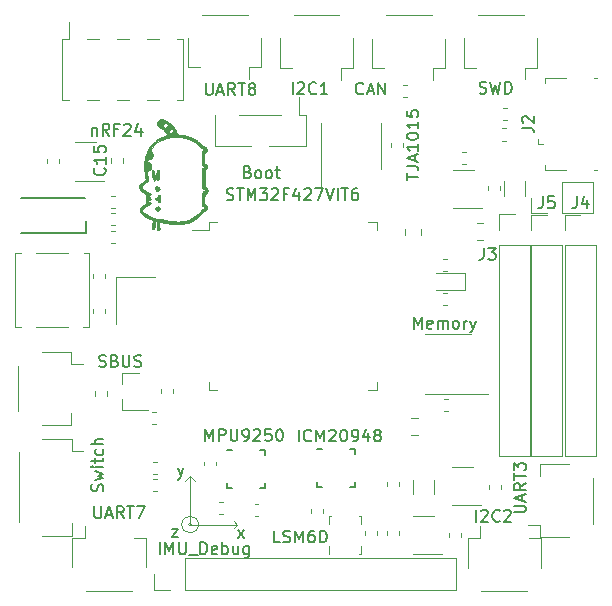
<source format=gbr>
%TF.GenerationSoftware,KiCad,Pcbnew,(5.1.6)-1*%
%TF.CreationDate,2020-09-08T22:29:01+07:00*%
%TF.ProjectId,Pixracer_clone,50697872-6163-4657-925f-636c6f6e652e,rev?*%
%TF.SameCoordinates,Original*%
%TF.FileFunction,Legend,Top*%
%TF.FilePolarity,Positive*%
%FSLAX46Y46*%
G04 Gerber Fmt 4.6, Leading zero omitted, Abs format (unit mm)*
G04 Created by KiCad (PCBNEW (5.1.6)-1) date 2020-09-08 22:29:01*
%MOMM*%
%LPD*%
G01*
G04 APERTURE LIST*
%ADD10C,0.010000*%
%ADD11C,0.120000*%
%ADD12C,0.150000*%
%ADD13C,0.200000*%
G04 APERTURE END LIST*
D10*
%TO.C,G\u002A\u002A\u002A*%
G36*
X156074995Y-85940406D02*
G01*
X156103686Y-85905634D01*
X156142041Y-85893828D01*
X156192410Y-85897061D01*
X156227697Y-85925609D01*
X156252244Y-85987177D01*
X156270394Y-86089468D01*
X156275361Y-86130300D01*
X156291633Y-86236706D01*
X156316808Y-86362477D01*
X156342045Y-86467134D01*
X156370953Y-86579127D01*
X156385963Y-86653074D01*
X156387544Y-86699652D01*
X156376163Y-86729541D01*
X156354518Y-86751589D01*
X156298500Y-86774033D01*
X156245618Y-86746455D01*
X156196241Y-86669556D01*
X156150741Y-86544039D01*
X156109487Y-86370606D01*
X156087050Y-86244600D01*
X156067721Y-86103228D01*
X156063354Y-86004050D01*
X156074995Y-85940406D01*
G37*
X156074995Y-85940406D02*
X156103686Y-85905634D01*
X156142041Y-85893828D01*
X156192410Y-85897061D01*
X156227697Y-85925609D01*
X156252244Y-85987177D01*
X156270394Y-86089468D01*
X156275361Y-86130300D01*
X156291633Y-86236706D01*
X156316808Y-86362477D01*
X156342045Y-86467134D01*
X156370953Y-86579127D01*
X156385963Y-86653074D01*
X156387544Y-86699652D01*
X156376163Y-86729541D01*
X156354518Y-86751589D01*
X156298500Y-86774033D01*
X156245618Y-86746455D01*
X156196241Y-86669556D01*
X156150741Y-86544039D01*
X156109487Y-86370606D01*
X156087050Y-86244600D01*
X156067721Y-86103228D01*
X156063354Y-86004050D01*
X156074995Y-85940406D01*
G36*
X156476081Y-86228078D02*
G01*
X156495016Y-86069097D01*
X156524653Y-85949684D01*
X156564055Y-85872571D01*
X156612285Y-85840489D01*
X156664450Y-85853592D01*
X156699050Y-85895856D01*
X156717920Y-85955742D01*
X156714998Y-86008867D01*
X156706468Y-86022665D01*
X156698897Y-86053231D01*
X156690489Y-86124586D01*
X156682172Y-86226752D01*
X156674870Y-86349748D01*
X156673552Y-86377315D01*
X156667008Y-86513565D01*
X156660832Y-86607313D01*
X156653176Y-86666807D01*
X156642190Y-86700298D01*
X156626026Y-86716035D01*
X156602834Y-86722266D01*
X156596023Y-86723263D01*
X156540664Y-86719628D01*
X156502812Y-86686563D01*
X156480024Y-86618320D01*
X156469857Y-86509150D01*
X156468785Y-86423896D01*
X156476081Y-86228078D01*
G37*
X156476081Y-86228078D02*
X156495016Y-86069097D01*
X156524653Y-85949684D01*
X156564055Y-85872571D01*
X156612285Y-85840489D01*
X156664450Y-85853592D01*
X156699050Y-85895856D01*
X156717920Y-85955742D01*
X156714998Y-86008867D01*
X156706468Y-86022665D01*
X156698897Y-86053231D01*
X156690489Y-86124586D01*
X156682172Y-86226752D01*
X156674870Y-86349748D01*
X156673552Y-86377315D01*
X156667008Y-86513565D01*
X156660832Y-86607313D01*
X156653176Y-86666807D01*
X156642190Y-86700298D01*
X156626026Y-86716035D01*
X156602834Y-86722266D01*
X156596023Y-86723263D01*
X156540664Y-86719628D01*
X156502812Y-86686563D01*
X156480024Y-86618320D01*
X156469857Y-86509150D01*
X156468785Y-86423896D01*
X156476081Y-86228078D01*
G36*
X156393243Y-87327526D02*
G01*
X156459770Y-87275129D01*
X156536658Y-87260837D01*
X156613504Y-87278254D01*
X156679904Y-87320989D01*
X156725457Y-87382645D01*
X156739757Y-87456830D01*
X156718283Y-87527300D01*
X156651316Y-87605408D01*
X156568379Y-87640392D01*
X156480255Y-87630477D01*
X156402945Y-87579255D01*
X156350574Y-87498422D01*
X156348554Y-87412297D01*
X156393243Y-87327526D01*
G37*
X156393243Y-87327526D02*
X156459770Y-87275129D01*
X156536658Y-87260837D01*
X156613504Y-87278254D01*
X156679904Y-87320989D01*
X156725457Y-87382645D01*
X156739757Y-87456830D01*
X156718283Y-87527300D01*
X156651316Y-87605408D01*
X156568379Y-87640392D01*
X156480255Y-87630477D01*
X156402945Y-87579255D01*
X156350574Y-87498422D01*
X156348554Y-87412297D01*
X156393243Y-87327526D01*
G36*
X156399736Y-89028006D02*
G01*
X156402945Y-89024746D01*
X156485848Y-88971209D01*
X156573403Y-88962450D01*
X156653305Y-88996823D01*
X156709839Y-89065817D01*
X156737818Y-89126550D01*
X156742295Y-89170221D01*
X156725390Y-89223631D01*
X156722831Y-89229982D01*
X156668075Y-89307748D01*
X156590699Y-89347810D01*
X156504465Y-89347918D01*
X156423132Y-89305826D01*
X156400080Y-89282717D01*
X156349725Y-89194932D01*
X156349622Y-89109052D01*
X156399736Y-89028006D01*
G37*
X156399736Y-89028006D02*
X156402945Y-89024746D01*
X156485848Y-88971209D01*
X156573403Y-88962450D01*
X156653305Y-88996823D01*
X156709839Y-89065817D01*
X156737818Y-89126550D01*
X156742295Y-89170221D01*
X156725390Y-89223631D01*
X156722831Y-89229982D01*
X156668075Y-89307748D01*
X156590699Y-89347810D01*
X156504465Y-89347918D01*
X156423132Y-89305826D01*
X156400080Y-89282717D01*
X156349725Y-89194932D01*
X156349622Y-89109052D01*
X156399736Y-89028006D01*
G36*
X156365181Y-88252729D02*
G01*
X156415999Y-88210860D01*
X156486725Y-88195579D01*
X156548739Y-88186819D01*
X156573579Y-88166343D01*
X156574865Y-88121718D01*
X156574247Y-88115673D01*
X156578493Y-88050125D01*
X156596407Y-88007723D01*
X156648372Y-87973730D01*
X156703015Y-87980625D01*
X156751029Y-88019929D01*
X156783107Y-88083166D01*
X156789942Y-88161857D01*
X156786954Y-88181303D01*
X156773908Y-88260421D01*
X156772767Y-88327645D01*
X156783499Y-88411108D01*
X156786666Y-88429892D01*
X156788357Y-88511562D01*
X156755856Y-88576728D01*
X156753427Y-88579771D01*
X156705462Y-88622116D01*
X156649804Y-88625648D01*
X156635108Y-88622375D01*
X156589397Y-88604927D01*
X156572280Y-88572473D01*
X156573672Y-88510595D01*
X156575989Y-88448692D01*
X156559069Y-88420676D01*
X156509159Y-88410384D01*
X156486725Y-88408422D01*
X156403823Y-88385997D01*
X156357944Y-88340037D01*
X156354751Y-88277797D01*
X156365181Y-88252729D01*
G37*
X156365181Y-88252729D02*
X156415999Y-88210860D01*
X156486725Y-88195579D01*
X156548739Y-88186819D01*
X156573579Y-88166343D01*
X156574865Y-88121718D01*
X156574247Y-88115673D01*
X156578493Y-88050125D01*
X156596407Y-88007723D01*
X156648372Y-87973730D01*
X156703015Y-87980625D01*
X156751029Y-88019929D01*
X156783107Y-88083166D01*
X156789942Y-88161857D01*
X156786954Y-88181303D01*
X156773908Y-88260421D01*
X156772767Y-88327645D01*
X156783499Y-88411108D01*
X156786666Y-88429892D01*
X156788357Y-88511562D01*
X156755856Y-88576728D01*
X156753427Y-88579771D01*
X156705462Y-88622116D01*
X156649804Y-88625648D01*
X156635108Y-88622375D01*
X156589397Y-88604927D01*
X156572280Y-88572473D01*
X156573672Y-88510595D01*
X156575989Y-88448692D01*
X156559069Y-88420676D01*
X156509159Y-88410384D01*
X156486725Y-88408422D01*
X156403823Y-88385997D01*
X156357944Y-88340037D01*
X156354751Y-88277797D01*
X156365181Y-88252729D01*
G36*
X155032153Y-87191278D02*
G01*
X155105516Y-87073757D01*
X155225492Y-86956646D01*
X155300852Y-86900180D01*
X155416135Y-86819034D01*
X155494765Y-86760180D01*
X155542677Y-86718211D01*
X155565802Y-86687720D01*
X155570072Y-86663301D01*
X155568523Y-86656213D01*
X155557163Y-86604931D01*
X155543998Y-86528284D01*
X155539679Y-86499137D01*
X155528288Y-86427820D01*
X155518251Y-86380318D01*
X155515202Y-86371767D01*
X155508670Y-86341467D01*
X155499460Y-86274705D01*
X155489508Y-86185606D01*
X155489017Y-86180730D01*
X155478699Y-86089942D01*
X155468467Y-86019884D01*
X155460471Y-85985192D01*
X155460223Y-85984738D01*
X155456145Y-85953410D01*
X155453014Y-85881608D01*
X155450824Y-85779592D01*
X155449568Y-85657624D01*
X155449240Y-85525962D01*
X155449833Y-85394868D01*
X155451340Y-85274601D01*
X155453755Y-85175423D01*
X155457071Y-85107593D01*
X155460799Y-85081864D01*
X155471511Y-85046711D01*
X155484445Y-84980866D01*
X155489537Y-84948664D01*
X155509070Y-84856865D01*
X155543523Y-84733113D01*
X155587946Y-84592209D01*
X155637385Y-84448951D01*
X155686888Y-84318139D01*
X155731504Y-84214571D01*
X155742792Y-84191803D01*
X155830463Y-84043105D01*
X155941603Y-83885028D01*
X156066460Y-83729219D01*
X156195283Y-83587327D01*
X156318321Y-83471000D01*
X156397326Y-83409970D01*
X156461549Y-83365016D01*
X156506637Y-83330895D01*
X156518400Y-83320177D01*
X156552438Y-83293952D01*
X156619540Y-83255107D01*
X156710572Y-83207818D01*
X156816403Y-83156255D01*
X156927899Y-83104593D01*
X157035928Y-83057005D01*
X157131359Y-83017664D01*
X157205058Y-82990744D01*
X157247894Y-82980416D01*
X157255000Y-82983575D01*
X157274505Y-82981043D01*
X157322060Y-82959990D01*
X157327979Y-82956966D01*
X157382502Y-82935415D01*
X157415853Y-82934300D01*
X157416879Y-82935147D01*
X157433587Y-82944520D01*
X157426484Y-82918443D01*
X157398664Y-82864553D01*
X157366927Y-82811843D01*
X157250193Y-82662550D01*
X157204260Y-82619493D01*
X157204260Y-82333761D01*
X157327204Y-82212731D01*
X157389744Y-82149127D01*
X157435372Y-82098868D01*
X157454174Y-82072897D01*
X157437469Y-82049130D01*
X157390056Y-82006838D01*
X157337915Y-81966804D01*
X157263351Y-81917265D01*
X157215583Y-81898659D01*
X157184414Y-81907103D01*
X157183372Y-81907946D01*
X157147152Y-81947013D01*
X157100425Y-82008405D01*
X157053578Y-82076886D01*
X157016998Y-82137220D01*
X157001072Y-82174169D01*
X157001000Y-82175452D01*
X157020451Y-82202284D01*
X157069863Y-82243545D01*
X157102630Y-82266505D01*
X157204260Y-82333761D01*
X157204260Y-82619493D01*
X157088712Y-82511178D01*
X156888025Y-82362836D01*
X156859613Y-82344213D01*
X156718892Y-82247314D01*
X156619785Y-82163740D01*
X156556974Y-82087367D01*
X156525144Y-82012071D01*
X156518400Y-81951247D01*
X156538629Y-81807885D01*
X156597299Y-81696486D01*
X156691380Y-81619673D01*
X156817843Y-81580067D01*
X156949928Y-81577739D01*
X157114346Y-81613856D01*
X157288949Y-81693987D01*
X157475722Y-81819324D01*
X157676650Y-81991060D01*
X157741810Y-82053600D01*
X157850366Y-82162870D01*
X157930527Y-82251589D01*
X157992093Y-82332697D01*
X158044866Y-82419137D01*
X158098646Y-82523849D01*
X158099905Y-82526435D01*
X158149189Y-82630099D01*
X158190501Y-82721265D01*
X158218225Y-82787319D01*
X158226092Y-82809989D01*
X158243474Y-82841231D01*
X158283560Y-82860961D01*
X158358616Y-82874286D01*
X158388697Y-82877684D01*
X158503187Y-82891991D01*
X158625000Y-82910549D01*
X158677400Y-82919812D01*
X158771594Y-82937456D01*
X158857662Y-82953266D01*
X158893300Y-82959648D01*
X158964169Y-82977333D01*
X159013950Y-82996811D01*
X159049908Y-83010885D01*
X159058400Y-83008121D01*
X159079890Y-83008071D01*
X159136884Y-83024189D01*
X159218163Y-83052694D01*
X159312509Y-83089811D01*
X159357383Y-83108812D01*
X159516872Y-83179564D01*
X159644218Y-83239314D01*
X159735254Y-83285968D01*
X159785810Y-83317433D01*
X159795000Y-83328508D01*
X159814929Y-83347896D01*
X159824441Y-83349000D01*
X159869068Y-83366284D01*
X159940230Y-83413450D01*
X160029559Y-83483476D01*
X160128683Y-83569336D01*
X160229233Y-83664007D01*
X160322838Y-83760465D01*
X160348065Y-83788419D01*
X160423962Y-83856802D01*
X160490595Y-83882334D01*
X160493715Y-83882400D01*
X160573952Y-83905372D01*
X160648151Y-83965415D01*
X160703740Y-84049225D01*
X160726979Y-84129292D01*
X160730355Y-84192697D01*
X160717756Y-84241896D01*
X160681606Y-84294895D01*
X160635362Y-84347012D01*
X160531600Y-84459581D01*
X160531600Y-85307393D01*
X160615656Y-85342514D01*
X160698916Y-85401563D01*
X160746703Y-85495254D01*
X160760200Y-85609599D01*
X160754144Y-85675430D01*
X160728693Y-85725356D01*
X160672915Y-85778795D01*
X160658217Y-85790762D01*
X160556235Y-85872717D01*
X160562967Y-86595997D01*
X160565048Y-86806435D01*
X160567207Y-86971619D01*
X160569882Y-87097095D01*
X160573510Y-87188408D01*
X160578526Y-87251102D01*
X160585369Y-87290723D01*
X160594473Y-87312816D01*
X160606278Y-87322926D01*
X160620500Y-87326497D01*
X160668180Y-87349719D01*
X160724937Y-87398803D01*
X160741150Y-87416850D01*
X160799161Y-87520717D01*
X160812377Y-87632794D01*
X160780582Y-87740638D01*
X160747574Y-87789279D01*
X160690140Y-87843231D01*
X160631896Y-87877340D01*
X160624238Y-87879692D01*
X160590142Y-87894377D01*
X160569217Y-87925558D01*
X160555798Y-87985974D01*
X160547963Y-88051291D01*
X160540742Y-88147482D01*
X160535149Y-88273554D01*
X160532002Y-88408592D01*
X160531600Y-88470174D01*
X160531600Y-88732496D01*
X160605557Y-88770741D01*
X160709611Y-88848687D01*
X160769640Y-88951710D01*
X160785600Y-89057266D01*
X160778776Y-89137566D01*
X160750962Y-89198340D01*
X160699239Y-89257041D01*
X160618085Y-89321244D01*
X160541585Y-89343279D01*
X160535139Y-89343400D01*
X160493285Y-89348757D01*
X160454132Y-89370087D01*
X160408492Y-89415282D01*
X160347177Y-89492232D01*
X160320742Y-89527550D01*
X160162397Y-89720397D01*
X159994470Y-89880152D01*
X159798855Y-90023804D01*
X159775989Y-90038635D01*
X159540007Y-90177424D01*
X159320920Y-90278470D01*
X159107710Y-90346473D01*
X159001004Y-90369347D01*
X158938143Y-90380850D01*
X158847687Y-90397488D01*
X158772404Y-90411378D01*
X158600506Y-90432875D01*
X158390015Y-90442710D01*
X158302739Y-90442273D01*
X158302739Y-90240653D01*
X158631302Y-90221204D01*
X158930725Y-90176291D01*
X159194067Y-90105824D01*
X159222668Y-90095736D01*
X159515479Y-89963133D01*
X159779860Y-89788759D01*
X160014085Y-89574053D01*
X160216430Y-89320459D01*
X160292006Y-89201839D01*
X160342067Y-89164943D01*
X160438188Y-89142625D01*
X160444406Y-89141883D01*
X160518953Y-89131153D01*
X160555949Y-89115083D01*
X160568479Y-89084215D01*
X160569700Y-89051300D01*
X160563227Y-88997793D01*
X160533298Y-88974445D01*
X160487480Y-88967166D01*
X160437679Y-88959783D01*
X160399469Y-88944509D01*
X160371569Y-88915430D01*
X160352702Y-88866636D01*
X160341586Y-88792215D01*
X160336944Y-88686257D01*
X160337496Y-88542850D01*
X160341963Y-88356083D01*
X160343539Y-88302000D01*
X160349633Y-88110808D01*
X160356181Y-87964426D01*
X160364786Y-87856878D01*
X160377048Y-87782187D01*
X160394567Y-87734376D01*
X160418946Y-87707469D01*
X160451784Y-87695489D01*
X160494682Y-87692460D01*
X160506821Y-87692400D01*
X160574015Y-87683149D01*
X160602227Y-87648765D01*
X160602616Y-87592052D01*
X160587982Y-87547181D01*
X160547861Y-87522921D01*
X160498558Y-87512340D01*
X160429500Y-87496193D01*
X160382407Y-87476228D01*
X160377569Y-87472330D01*
X160371035Y-87440363D01*
X160365806Y-87361142D01*
X160361952Y-87238198D01*
X160359542Y-87075063D01*
X160358647Y-86875268D01*
X160359336Y-86642343D01*
X160359810Y-86573191D01*
X160366500Y-85698500D01*
X160442700Y-85673100D01*
X160507091Y-85648589D01*
X160550718Y-85627109D01*
X160569209Y-85592855D01*
X160552752Y-85551457D01*
X160511938Y-85518286D01*
X160468646Y-85508000D01*
X160425370Y-85503782D01*
X160391937Y-85487331D01*
X160367105Y-85452951D01*
X160349631Y-85394949D01*
X160338270Y-85307629D01*
X160331779Y-85185296D01*
X160328915Y-85022256D01*
X160328400Y-84865679D01*
X160329565Y-84699968D01*
X160332833Y-84551953D01*
X160337862Y-84429556D01*
X160344309Y-84340697D01*
X160351833Y-84293298D01*
X160353263Y-84289802D01*
X160393981Y-84248906D01*
X160456847Y-84215902D01*
X160517175Y-84182098D01*
X160530417Y-84144484D01*
X160499100Y-84110163D01*
X160425751Y-84086238D01*
X160409837Y-84083789D01*
X160316428Y-84057732D01*
X160259063Y-84007589D01*
X160157095Y-83881703D01*
X160023237Y-83749021D01*
X159872258Y-83622837D01*
X159718926Y-83516448D01*
X159702350Y-83506405D01*
X159440324Y-83366387D01*
X159169402Y-83255469D01*
X158878701Y-83170212D01*
X158557337Y-83107179D01*
X158349409Y-83079077D01*
X158100224Y-83057962D01*
X157880445Y-83058406D01*
X157672729Y-83082088D01*
X157600493Y-83098570D01*
X157600493Y-82760000D01*
X157660579Y-82748196D01*
X157738715Y-82727911D01*
X157820073Y-82703469D01*
X157889823Y-82679197D01*
X157933136Y-82659420D01*
X157940317Y-82651940D01*
X157927387Y-82617020D01*
X157894569Y-82555284D01*
X157863409Y-82503389D01*
X157810034Y-82429792D01*
X157769807Y-82398475D01*
X157755942Y-82399606D01*
X157719187Y-82422387D01*
X157655126Y-82463419D01*
X157591569Y-82504724D01*
X157458239Y-82591914D01*
X157513494Y-82672007D01*
X157550077Y-82725110D01*
X157571556Y-82756430D01*
X157573287Y-82758997D01*
X157600493Y-82760000D01*
X157600493Y-83098570D01*
X157459732Y-83130690D01*
X157295860Y-83181223D01*
X156982751Y-83301692D01*
X156711853Y-83441163D01*
X156476605Y-83604433D01*
X156270443Y-83796299D01*
X156086806Y-84021559D01*
X156026729Y-84109044D01*
X155937701Y-84244226D01*
X156013062Y-84307639D01*
X156103579Y-84411997D01*
X156150765Y-84528797D01*
X156157391Y-84649142D01*
X156126229Y-84764136D01*
X156060048Y-84864882D01*
X155961620Y-84942484D01*
X155833716Y-84988044D01*
X155799563Y-84993153D01*
X155722776Y-85007435D01*
X155683056Y-85032463D01*
X155670009Y-85060210D01*
X155654847Y-85141763D01*
X155666408Y-85186549D01*
X155707623Y-85202687D01*
X155721651Y-85203200D01*
X155822814Y-85226724D01*
X155914918Y-85289791D01*
X155989467Y-85381149D01*
X156037963Y-85489547D01*
X156051908Y-85603730D01*
X156048359Y-85635831D01*
X156010147Y-85743774D01*
X155940316Y-85841356D01*
X155850662Y-85917180D01*
X155752983Y-85959845D01*
X155707496Y-85965200D01*
X155688309Y-85964597D01*
X155674781Y-85967251D01*
X155667288Y-85979858D01*
X155666208Y-86009117D01*
X155671918Y-86061724D01*
X155684797Y-86144375D01*
X155705222Y-86263767D01*
X155733485Y-86426103D01*
X155753520Y-86550405D01*
X155768047Y-86658449D01*
X155775813Y-86739425D01*
X155775568Y-86782522D01*
X155774976Y-86784546D01*
X155749519Y-86813237D01*
X155690980Y-86863414D01*
X155608207Y-86927883D01*
X155515038Y-86995917D01*
X155413566Y-87071764D01*
X155325424Y-87144886D01*
X155260685Y-87206477D01*
X155231081Y-87244133D01*
X155207580Y-87300011D01*
X155213501Y-87341621D01*
X155241442Y-87384659D01*
X155283123Y-87427427D01*
X155355468Y-87488192D01*
X155446549Y-87557271D01*
X155504206Y-87597979D01*
X155594702Y-87661800D01*
X155668040Y-87716799D01*
X155714855Y-87755761D01*
X155726766Y-87769429D01*
X155755240Y-87786112D01*
X155813328Y-87793921D01*
X155820202Y-87794000D01*
X155904193Y-87810404D01*
X155960498Y-87852297D01*
X155983571Y-87908703D01*
X155967867Y-87968646D01*
X155928548Y-88008460D01*
X155863563Y-88039054D01*
X155814248Y-88048000D01*
X155769778Y-88060032D01*
X155756482Y-88105015D01*
X155756400Y-88111500D01*
X155766539Y-88159419D01*
X155806938Y-88174604D01*
X155821569Y-88175000D01*
X155914199Y-88191153D01*
X155969803Y-88237625D01*
X155984999Y-88297814D01*
X155969094Y-88375048D01*
X155918549Y-88417448D01*
X155840220Y-88429000D01*
X155782322Y-88434453D01*
X155759556Y-88458472D01*
X155756400Y-88492500D01*
X155766539Y-88540419D01*
X155806938Y-88555604D01*
X155821569Y-88556000D01*
X155914199Y-88572153D01*
X155969803Y-88618625D01*
X155985000Y-88678814D01*
X155969167Y-88755925D01*
X155918766Y-88798305D01*
X155839492Y-88810001D01*
X155790864Y-88817314D01*
X155733179Y-88842624D01*
X155657663Y-88890980D01*
X155555537Y-88967433D01*
X155526812Y-88989956D01*
X155413384Y-89081470D01*
X155335129Y-89151068D01*
X155285827Y-89206280D01*
X155259257Y-89254640D01*
X155249198Y-89303679D01*
X155248399Y-89327051D01*
X155272872Y-89397289D01*
X155343998Y-89474376D01*
X155458337Y-89556714D01*
X155612450Y-89642701D01*
X155802897Y-89730738D01*
X156026240Y-89819225D01*
X156279037Y-89906561D01*
X156557851Y-89991148D01*
X156835900Y-90065545D01*
X157211616Y-90147081D01*
X157585955Y-90203503D01*
X157951976Y-90234723D01*
X158302739Y-90240653D01*
X158302739Y-90442273D01*
X158151624Y-90441515D01*
X157896031Y-90429922D01*
X157633929Y-90408562D01*
X157376016Y-90378067D01*
X157132986Y-90339069D01*
X156967535Y-90304764D01*
X156867149Y-90283344D01*
X156786493Y-90269673D01*
X156737494Y-90265607D01*
X156728740Y-90267593D01*
X156722146Y-90298936D01*
X156718581Y-90367878D01*
X156717836Y-90461322D01*
X156719704Y-90566169D01*
X156723976Y-90669323D01*
X156730446Y-90757686D01*
X156737357Y-90810529D01*
X156736392Y-90896093D01*
X156698832Y-90950617D01*
X156631088Y-90969000D01*
X156593702Y-90966773D01*
X156569514Y-90953603D01*
X156554389Y-90919761D01*
X156544192Y-90855518D01*
X156534786Y-90751144D01*
X156533914Y-90740400D01*
X156518394Y-90549649D01*
X156505866Y-90404103D01*
X156495089Y-90298345D01*
X156484825Y-90226958D01*
X156473833Y-90184522D01*
X156460875Y-90165622D01*
X156444709Y-90164838D01*
X156424098Y-90176753D01*
X156407697Y-90188764D01*
X156386035Y-90218921D01*
X156368105Y-90278786D01*
X156352285Y-90375649D01*
X156338642Y-90499100D01*
X156323059Y-90651169D01*
X156308890Y-90760011D01*
X156293809Y-90833062D01*
X156275487Y-90877758D01*
X156251597Y-90901533D01*
X156219811Y-90911824D01*
X156208962Y-90913327D01*
X156152790Y-90907529D01*
X156124521Y-90866836D01*
X156124412Y-90866494D01*
X156117475Y-90807719D01*
X156118631Y-90708734D01*
X156127130Y-90579354D01*
X156142218Y-90429393D01*
X156163142Y-90268665D01*
X156177310Y-90176502D01*
X156178639Y-90133093D01*
X156157980Y-90102062D01*
X156104585Y-90071229D01*
X156070813Y-90055852D01*
X155996071Y-90025613D01*
X155937377Y-90006837D01*
X155919073Y-90003800D01*
X155884781Y-89992795D01*
X155814915Y-89962666D01*
X155718965Y-89917743D01*
X155606419Y-89862356D01*
X155581216Y-89849624D01*
X155385452Y-89742250D01*
X155236785Y-89641923D01*
X155132442Y-89546017D01*
X155069648Y-89451904D01*
X155045630Y-89356958D01*
X155045200Y-89341977D01*
X155049732Y-89261542D01*
X155066801Y-89190799D01*
X155101620Y-89122529D01*
X155159397Y-89049514D01*
X155245344Y-88964532D01*
X155364671Y-88860365D01*
X155435308Y-88801453D01*
X155553200Y-88704005D01*
X155553200Y-88286543D01*
X155553199Y-87869082D01*
X155444833Y-87799791D01*
X155301249Y-87704501D01*
X155195330Y-87624878D01*
X155119337Y-87553799D01*
X155065536Y-87484139D01*
X155030250Y-87418012D01*
X155006649Y-87306824D01*
X155032153Y-87191278D01*
G37*
X155032153Y-87191278D02*
X155105516Y-87073757D01*
X155225492Y-86956646D01*
X155300852Y-86900180D01*
X155416135Y-86819034D01*
X155494765Y-86760180D01*
X155542677Y-86718211D01*
X155565802Y-86687720D01*
X155570072Y-86663301D01*
X155568523Y-86656213D01*
X155557163Y-86604931D01*
X155543998Y-86528284D01*
X155539679Y-86499137D01*
X155528288Y-86427820D01*
X155518251Y-86380318D01*
X155515202Y-86371767D01*
X155508670Y-86341467D01*
X155499460Y-86274705D01*
X155489508Y-86185606D01*
X155489017Y-86180730D01*
X155478699Y-86089942D01*
X155468467Y-86019884D01*
X155460471Y-85985192D01*
X155460223Y-85984738D01*
X155456145Y-85953410D01*
X155453014Y-85881608D01*
X155450824Y-85779592D01*
X155449568Y-85657624D01*
X155449240Y-85525962D01*
X155449833Y-85394868D01*
X155451340Y-85274601D01*
X155453755Y-85175423D01*
X155457071Y-85107593D01*
X155460799Y-85081864D01*
X155471511Y-85046711D01*
X155484445Y-84980866D01*
X155489537Y-84948664D01*
X155509070Y-84856865D01*
X155543523Y-84733113D01*
X155587946Y-84592209D01*
X155637385Y-84448951D01*
X155686888Y-84318139D01*
X155731504Y-84214571D01*
X155742792Y-84191803D01*
X155830463Y-84043105D01*
X155941603Y-83885028D01*
X156066460Y-83729219D01*
X156195283Y-83587327D01*
X156318321Y-83471000D01*
X156397326Y-83409970D01*
X156461549Y-83365016D01*
X156506637Y-83330895D01*
X156518400Y-83320177D01*
X156552438Y-83293952D01*
X156619540Y-83255107D01*
X156710572Y-83207818D01*
X156816403Y-83156255D01*
X156927899Y-83104593D01*
X157035928Y-83057005D01*
X157131359Y-83017664D01*
X157205058Y-82990744D01*
X157247894Y-82980416D01*
X157255000Y-82983575D01*
X157274505Y-82981043D01*
X157322060Y-82959990D01*
X157327979Y-82956966D01*
X157382502Y-82935415D01*
X157415853Y-82934300D01*
X157416879Y-82935147D01*
X157433587Y-82944520D01*
X157426484Y-82918443D01*
X157398664Y-82864553D01*
X157366927Y-82811843D01*
X157250193Y-82662550D01*
X157204260Y-82619493D01*
X157204260Y-82333761D01*
X157327204Y-82212731D01*
X157389744Y-82149127D01*
X157435372Y-82098868D01*
X157454174Y-82072897D01*
X157437469Y-82049130D01*
X157390056Y-82006838D01*
X157337915Y-81966804D01*
X157263351Y-81917265D01*
X157215583Y-81898659D01*
X157184414Y-81907103D01*
X157183372Y-81907946D01*
X157147152Y-81947013D01*
X157100425Y-82008405D01*
X157053578Y-82076886D01*
X157016998Y-82137220D01*
X157001072Y-82174169D01*
X157001000Y-82175452D01*
X157020451Y-82202284D01*
X157069863Y-82243545D01*
X157102630Y-82266505D01*
X157204260Y-82333761D01*
X157204260Y-82619493D01*
X157088712Y-82511178D01*
X156888025Y-82362836D01*
X156859613Y-82344213D01*
X156718892Y-82247314D01*
X156619785Y-82163740D01*
X156556974Y-82087367D01*
X156525144Y-82012071D01*
X156518400Y-81951247D01*
X156538629Y-81807885D01*
X156597299Y-81696486D01*
X156691380Y-81619673D01*
X156817843Y-81580067D01*
X156949928Y-81577739D01*
X157114346Y-81613856D01*
X157288949Y-81693987D01*
X157475722Y-81819324D01*
X157676650Y-81991060D01*
X157741810Y-82053600D01*
X157850366Y-82162870D01*
X157930527Y-82251589D01*
X157992093Y-82332697D01*
X158044866Y-82419137D01*
X158098646Y-82523849D01*
X158099905Y-82526435D01*
X158149189Y-82630099D01*
X158190501Y-82721265D01*
X158218225Y-82787319D01*
X158226092Y-82809989D01*
X158243474Y-82841231D01*
X158283560Y-82860961D01*
X158358616Y-82874286D01*
X158388697Y-82877684D01*
X158503187Y-82891991D01*
X158625000Y-82910549D01*
X158677400Y-82919812D01*
X158771594Y-82937456D01*
X158857662Y-82953266D01*
X158893300Y-82959648D01*
X158964169Y-82977333D01*
X159013950Y-82996811D01*
X159049908Y-83010885D01*
X159058400Y-83008121D01*
X159079890Y-83008071D01*
X159136884Y-83024189D01*
X159218163Y-83052694D01*
X159312509Y-83089811D01*
X159357383Y-83108812D01*
X159516872Y-83179564D01*
X159644218Y-83239314D01*
X159735254Y-83285968D01*
X159785810Y-83317433D01*
X159795000Y-83328508D01*
X159814929Y-83347896D01*
X159824441Y-83349000D01*
X159869068Y-83366284D01*
X159940230Y-83413450D01*
X160029559Y-83483476D01*
X160128683Y-83569336D01*
X160229233Y-83664007D01*
X160322838Y-83760465D01*
X160348065Y-83788419D01*
X160423962Y-83856802D01*
X160490595Y-83882334D01*
X160493715Y-83882400D01*
X160573952Y-83905372D01*
X160648151Y-83965415D01*
X160703740Y-84049225D01*
X160726979Y-84129292D01*
X160730355Y-84192697D01*
X160717756Y-84241896D01*
X160681606Y-84294895D01*
X160635362Y-84347012D01*
X160531600Y-84459581D01*
X160531600Y-85307393D01*
X160615656Y-85342514D01*
X160698916Y-85401563D01*
X160746703Y-85495254D01*
X160760200Y-85609599D01*
X160754144Y-85675430D01*
X160728693Y-85725356D01*
X160672915Y-85778795D01*
X160658217Y-85790762D01*
X160556235Y-85872717D01*
X160562967Y-86595997D01*
X160565048Y-86806435D01*
X160567207Y-86971619D01*
X160569882Y-87097095D01*
X160573510Y-87188408D01*
X160578526Y-87251102D01*
X160585369Y-87290723D01*
X160594473Y-87312816D01*
X160606278Y-87322926D01*
X160620500Y-87326497D01*
X160668180Y-87349719D01*
X160724937Y-87398803D01*
X160741150Y-87416850D01*
X160799161Y-87520717D01*
X160812377Y-87632794D01*
X160780582Y-87740638D01*
X160747574Y-87789279D01*
X160690140Y-87843231D01*
X160631896Y-87877340D01*
X160624238Y-87879692D01*
X160590142Y-87894377D01*
X160569217Y-87925558D01*
X160555798Y-87985974D01*
X160547963Y-88051291D01*
X160540742Y-88147482D01*
X160535149Y-88273554D01*
X160532002Y-88408592D01*
X160531600Y-88470174D01*
X160531600Y-88732496D01*
X160605557Y-88770741D01*
X160709611Y-88848687D01*
X160769640Y-88951710D01*
X160785600Y-89057266D01*
X160778776Y-89137566D01*
X160750962Y-89198340D01*
X160699239Y-89257041D01*
X160618085Y-89321244D01*
X160541585Y-89343279D01*
X160535139Y-89343400D01*
X160493285Y-89348757D01*
X160454132Y-89370087D01*
X160408492Y-89415282D01*
X160347177Y-89492232D01*
X160320742Y-89527550D01*
X160162397Y-89720397D01*
X159994470Y-89880152D01*
X159798855Y-90023804D01*
X159775989Y-90038635D01*
X159540007Y-90177424D01*
X159320920Y-90278470D01*
X159107710Y-90346473D01*
X159001004Y-90369347D01*
X158938143Y-90380850D01*
X158847687Y-90397488D01*
X158772404Y-90411378D01*
X158600506Y-90432875D01*
X158390015Y-90442710D01*
X158302739Y-90442273D01*
X158302739Y-90240653D01*
X158631302Y-90221204D01*
X158930725Y-90176291D01*
X159194067Y-90105824D01*
X159222668Y-90095736D01*
X159515479Y-89963133D01*
X159779860Y-89788759D01*
X160014085Y-89574053D01*
X160216430Y-89320459D01*
X160292006Y-89201839D01*
X160342067Y-89164943D01*
X160438188Y-89142625D01*
X160444406Y-89141883D01*
X160518953Y-89131153D01*
X160555949Y-89115083D01*
X160568479Y-89084215D01*
X160569700Y-89051300D01*
X160563227Y-88997793D01*
X160533298Y-88974445D01*
X160487480Y-88967166D01*
X160437679Y-88959783D01*
X160399469Y-88944509D01*
X160371569Y-88915430D01*
X160352702Y-88866636D01*
X160341586Y-88792215D01*
X160336944Y-88686257D01*
X160337496Y-88542850D01*
X160341963Y-88356083D01*
X160343539Y-88302000D01*
X160349633Y-88110808D01*
X160356181Y-87964426D01*
X160364786Y-87856878D01*
X160377048Y-87782187D01*
X160394567Y-87734376D01*
X160418946Y-87707469D01*
X160451784Y-87695489D01*
X160494682Y-87692460D01*
X160506821Y-87692400D01*
X160574015Y-87683149D01*
X160602227Y-87648765D01*
X160602616Y-87592052D01*
X160587982Y-87547181D01*
X160547861Y-87522921D01*
X160498558Y-87512340D01*
X160429500Y-87496193D01*
X160382407Y-87476228D01*
X160377569Y-87472330D01*
X160371035Y-87440363D01*
X160365806Y-87361142D01*
X160361952Y-87238198D01*
X160359542Y-87075063D01*
X160358647Y-86875268D01*
X160359336Y-86642343D01*
X160359810Y-86573191D01*
X160366500Y-85698500D01*
X160442700Y-85673100D01*
X160507091Y-85648589D01*
X160550718Y-85627109D01*
X160569209Y-85592855D01*
X160552752Y-85551457D01*
X160511938Y-85518286D01*
X160468646Y-85508000D01*
X160425370Y-85503782D01*
X160391937Y-85487331D01*
X160367105Y-85452951D01*
X160349631Y-85394949D01*
X160338270Y-85307629D01*
X160331779Y-85185296D01*
X160328915Y-85022256D01*
X160328400Y-84865679D01*
X160329565Y-84699968D01*
X160332833Y-84551953D01*
X160337862Y-84429556D01*
X160344309Y-84340697D01*
X160351833Y-84293298D01*
X160353263Y-84289802D01*
X160393981Y-84248906D01*
X160456847Y-84215902D01*
X160517175Y-84182098D01*
X160530417Y-84144484D01*
X160499100Y-84110163D01*
X160425751Y-84086238D01*
X160409837Y-84083789D01*
X160316428Y-84057732D01*
X160259063Y-84007589D01*
X160157095Y-83881703D01*
X160023237Y-83749021D01*
X159872258Y-83622837D01*
X159718926Y-83516448D01*
X159702350Y-83506405D01*
X159440324Y-83366387D01*
X159169402Y-83255469D01*
X158878701Y-83170212D01*
X158557337Y-83107179D01*
X158349409Y-83079077D01*
X158100224Y-83057962D01*
X157880445Y-83058406D01*
X157672729Y-83082088D01*
X157600493Y-83098570D01*
X157600493Y-82760000D01*
X157660579Y-82748196D01*
X157738715Y-82727911D01*
X157820073Y-82703469D01*
X157889823Y-82679197D01*
X157933136Y-82659420D01*
X157940317Y-82651940D01*
X157927387Y-82617020D01*
X157894569Y-82555284D01*
X157863409Y-82503389D01*
X157810034Y-82429792D01*
X157769807Y-82398475D01*
X157755942Y-82399606D01*
X157719187Y-82422387D01*
X157655126Y-82463419D01*
X157591569Y-82504724D01*
X157458239Y-82591914D01*
X157513494Y-82672007D01*
X157550077Y-82725110D01*
X157571556Y-82756430D01*
X157573287Y-82758997D01*
X157600493Y-82760000D01*
X157600493Y-83098570D01*
X157459732Y-83130690D01*
X157295860Y-83181223D01*
X156982751Y-83301692D01*
X156711853Y-83441163D01*
X156476605Y-83604433D01*
X156270443Y-83796299D01*
X156086806Y-84021559D01*
X156026729Y-84109044D01*
X155937701Y-84244226D01*
X156013062Y-84307639D01*
X156103579Y-84411997D01*
X156150765Y-84528797D01*
X156157391Y-84649142D01*
X156126229Y-84764136D01*
X156060048Y-84864882D01*
X155961620Y-84942484D01*
X155833716Y-84988044D01*
X155799563Y-84993153D01*
X155722776Y-85007435D01*
X155683056Y-85032463D01*
X155670009Y-85060210D01*
X155654847Y-85141763D01*
X155666408Y-85186549D01*
X155707623Y-85202687D01*
X155721651Y-85203200D01*
X155822814Y-85226724D01*
X155914918Y-85289791D01*
X155989467Y-85381149D01*
X156037963Y-85489547D01*
X156051908Y-85603730D01*
X156048359Y-85635831D01*
X156010147Y-85743774D01*
X155940316Y-85841356D01*
X155850662Y-85917180D01*
X155752983Y-85959845D01*
X155707496Y-85965200D01*
X155688309Y-85964597D01*
X155674781Y-85967251D01*
X155667288Y-85979858D01*
X155666208Y-86009117D01*
X155671918Y-86061724D01*
X155684797Y-86144375D01*
X155705222Y-86263767D01*
X155733485Y-86426103D01*
X155753520Y-86550405D01*
X155768047Y-86658449D01*
X155775813Y-86739425D01*
X155775568Y-86782522D01*
X155774976Y-86784546D01*
X155749519Y-86813237D01*
X155690980Y-86863414D01*
X155608207Y-86927883D01*
X155515038Y-86995917D01*
X155413566Y-87071764D01*
X155325424Y-87144886D01*
X155260685Y-87206477D01*
X155231081Y-87244133D01*
X155207580Y-87300011D01*
X155213501Y-87341621D01*
X155241442Y-87384659D01*
X155283123Y-87427427D01*
X155355468Y-87488192D01*
X155446549Y-87557271D01*
X155504206Y-87597979D01*
X155594702Y-87661800D01*
X155668040Y-87716799D01*
X155714855Y-87755761D01*
X155726766Y-87769429D01*
X155755240Y-87786112D01*
X155813328Y-87793921D01*
X155820202Y-87794000D01*
X155904193Y-87810404D01*
X155960498Y-87852297D01*
X155983571Y-87908703D01*
X155967867Y-87968646D01*
X155928548Y-88008460D01*
X155863563Y-88039054D01*
X155814248Y-88048000D01*
X155769778Y-88060032D01*
X155756482Y-88105015D01*
X155756400Y-88111500D01*
X155766539Y-88159419D01*
X155806938Y-88174604D01*
X155821569Y-88175000D01*
X155914199Y-88191153D01*
X155969803Y-88237625D01*
X155984999Y-88297814D01*
X155969094Y-88375048D01*
X155918549Y-88417448D01*
X155840220Y-88429000D01*
X155782322Y-88434453D01*
X155759556Y-88458472D01*
X155756400Y-88492500D01*
X155766539Y-88540419D01*
X155806938Y-88555604D01*
X155821569Y-88556000D01*
X155914199Y-88572153D01*
X155969803Y-88618625D01*
X155985000Y-88678814D01*
X155969167Y-88755925D01*
X155918766Y-88798305D01*
X155839492Y-88810001D01*
X155790864Y-88817314D01*
X155733179Y-88842624D01*
X155657663Y-88890980D01*
X155555537Y-88967433D01*
X155526812Y-88989956D01*
X155413384Y-89081470D01*
X155335129Y-89151068D01*
X155285827Y-89206280D01*
X155259257Y-89254640D01*
X155249198Y-89303679D01*
X155248399Y-89327051D01*
X155272872Y-89397289D01*
X155343998Y-89474376D01*
X155458337Y-89556714D01*
X155612450Y-89642701D01*
X155802897Y-89730738D01*
X156026240Y-89819225D01*
X156279037Y-89906561D01*
X156557851Y-89991148D01*
X156835900Y-90065545D01*
X157211616Y-90147081D01*
X157585955Y-90203503D01*
X157951976Y-90234723D01*
X158302739Y-90240653D01*
X158302739Y-90442273D01*
X158151624Y-90441515D01*
X157896031Y-90429922D01*
X157633929Y-90408562D01*
X157376016Y-90378067D01*
X157132986Y-90339069D01*
X156967535Y-90304764D01*
X156867149Y-90283344D01*
X156786493Y-90269673D01*
X156737494Y-90265607D01*
X156728740Y-90267593D01*
X156722146Y-90298936D01*
X156718581Y-90367878D01*
X156717836Y-90461322D01*
X156719704Y-90566169D01*
X156723976Y-90669323D01*
X156730446Y-90757686D01*
X156737357Y-90810529D01*
X156736392Y-90896093D01*
X156698832Y-90950617D01*
X156631088Y-90969000D01*
X156593702Y-90966773D01*
X156569514Y-90953603D01*
X156554389Y-90919761D01*
X156544192Y-90855518D01*
X156534786Y-90751144D01*
X156533914Y-90740400D01*
X156518394Y-90549649D01*
X156505866Y-90404103D01*
X156495089Y-90298345D01*
X156484825Y-90226958D01*
X156473833Y-90184522D01*
X156460875Y-90165622D01*
X156444709Y-90164838D01*
X156424098Y-90176753D01*
X156407697Y-90188764D01*
X156386035Y-90218921D01*
X156368105Y-90278786D01*
X156352285Y-90375649D01*
X156338642Y-90499100D01*
X156323059Y-90651169D01*
X156308890Y-90760011D01*
X156293809Y-90833062D01*
X156275487Y-90877758D01*
X156251597Y-90901533D01*
X156219811Y-90911824D01*
X156208962Y-90913327D01*
X156152790Y-90907529D01*
X156124521Y-90866836D01*
X156124412Y-90866494D01*
X156117475Y-90807719D01*
X156118631Y-90708734D01*
X156127130Y-90579354D01*
X156142218Y-90429393D01*
X156163142Y-90268665D01*
X156177310Y-90176502D01*
X156178639Y-90133093D01*
X156157980Y-90102062D01*
X156104585Y-90071229D01*
X156070813Y-90055852D01*
X155996071Y-90025613D01*
X155937377Y-90006837D01*
X155919073Y-90003800D01*
X155884781Y-89992795D01*
X155814915Y-89962666D01*
X155718965Y-89917743D01*
X155606419Y-89862356D01*
X155581216Y-89849624D01*
X155385452Y-89742250D01*
X155236785Y-89641923D01*
X155132442Y-89546017D01*
X155069648Y-89451904D01*
X155045630Y-89356958D01*
X155045200Y-89341977D01*
X155049732Y-89261542D01*
X155066801Y-89190799D01*
X155101620Y-89122529D01*
X155159397Y-89049514D01*
X155245344Y-88964532D01*
X155364671Y-88860365D01*
X155435308Y-88801453D01*
X155553200Y-88704005D01*
X155553200Y-88286543D01*
X155553199Y-87869082D01*
X155444833Y-87799791D01*
X155301249Y-87704501D01*
X155195330Y-87624878D01*
X155119337Y-87553799D01*
X155065536Y-87484139D01*
X155030250Y-87418012D01*
X155006649Y-87306824D01*
X155032153Y-87191278D01*
D11*
%TO.C,x*%
X160032107Y-115900000D02*
G75*
G03*
X160032107Y-115900000I-707107J0D01*
G01*
X159425000Y-115900000D02*
G75*
G03*
X159425000Y-115900000I-100000J0D01*
G01*
X159325000Y-115900000D02*
X163325000Y-115900000D01*
X163025000Y-115600000D02*
X163325000Y-115900000D01*
X163325000Y-115900000D02*
X163025000Y-116200000D01*
X159325000Y-115900000D02*
X159325000Y-112300000D01*
X159325000Y-112200000D02*
X159325000Y-112300000D01*
X159325000Y-112300000D02*
X159325000Y-111800000D01*
X158925000Y-112200000D02*
X159325000Y-111800000D01*
X159325000Y-111800000D02*
X159725000Y-112200000D01*
%TO.C,IMU_Debug*%
X156295000Y-121405000D02*
X156295000Y-120075000D01*
X157625000Y-121405000D02*
X156295000Y-121405000D01*
X158895000Y-121405000D02*
X158895000Y-118745000D01*
X158895000Y-118745000D02*
X181815000Y-118745000D01*
X158895000Y-121405000D02*
X181815000Y-121405000D01*
X181815000Y-121405000D02*
X181815000Y-118745000D01*
%TO.C,Switch*%
X144840000Y-109785000D02*
X144840000Y-115665000D01*
X149310000Y-116835000D02*
X149310000Y-115785000D01*
X146810000Y-116835000D02*
X149310000Y-116835000D01*
X149310000Y-109665000D02*
X150300000Y-109665000D01*
X149310000Y-108615000D02*
X149310000Y-109665000D01*
X146810000Y-108615000D02*
X149310000Y-108615000D01*
%TO.C,SWD*%
X187565000Y-72740000D02*
X183685000Y-72740000D01*
X182515000Y-77210000D02*
X183565000Y-77210000D01*
X182515000Y-74710000D02*
X182515000Y-77210000D01*
X187685000Y-77210000D02*
X187685000Y-78200000D01*
X188735000Y-77210000D02*
X187685000Y-77210000D01*
X188735000Y-74710000D02*
X188735000Y-77210000D01*
%TO.C,U2*%
X149555000Y-86770000D02*
X152005000Y-86770000D01*
X151355000Y-83550000D02*
X149555000Y-83550000D01*
%TO.C,C43*%
X148260000Y-85271267D02*
X148260000Y-84928733D01*
X147240000Y-85271267D02*
X147240000Y-84928733D01*
%TO.C,C38*%
X180753733Y-94460000D02*
X181096267Y-94460000D01*
X180753733Y-93440000D02*
X181096267Y-93440000D01*
%TO.C,C15*%
X153660000Y-85246267D02*
X153660000Y-84903733D01*
X152640000Y-85246267D02*
X152640000Y-84903733D01*
%TO.C,FB1*%
X183616422Y-91785000D02*
X184133578Y-91785000D01*
X183616422Y-90365000D02*
X184133578Y-90365000D01*
%TO.C,SBUS*%
X144790000Y-102435000D02*
X144790000Y-106315000D01*
X149260000Y-107485000D02*
X149260000Y-106435000D01*
X146760000Y-107485000D02*
X149260000Y-107485000D01*
X149260000Y-102315000D02*
X150250000Y-102315000D01*
X149260000Y-101265000D02*
X149260000Y-102315000D01*
X146760000Y-101265000D02*
X149260000Y-101265000D01*
%TO.C,I2C1*%
X171965000Y-72765000D02*
X168085000Y-72765000D01*
X166915000Y-77235000D02*
X167965000Y-77235000D01*
X166915000Y-74735000D02*
X166915000Y-77235000D01*
X172085000Y-77235000D02*
X172085000Y-78225000D01*
X173135000Y-77235000D02*
X172085000Y-77235000D01*
X173135000Y-74735000D02*
X173135000Y-77235000D01*
%TO.C,R4*%
X186096267Y-82365000D02*
X185753733Y-82365000D01*
X186096267Y-83385000D02*
X185753733Y-83385000D01*
%TO.C,R3*%
X186121267Y-80640000D02*
X185778733Y-80640000D01*
X186121267Y-81660000D02*
X185778733Y-81660000D01*
%TO.C,J19*%
X188220000Y-89555000D02*
X188220000Y-88225000D01*
X189550000Y-89555000D02*
X188220000Y-89555000D01*
X190820000Y-89555000D02*
X190820000Y-86895000D01*
X190820000Y-86895000D02*
X193420000Y-86895000D01*
X190820000Y-89555000D02*
X193420000Y-89555000D01*
X193420000Y-89555000D02*
X193420000Y-86895000D01*
%TO.C,UART8*%
X164190000Y-72715000D02*
X160310000Y-72715000D01*
X159140000Y-77185000D02*
X160190000Y-77185000D01*
X159140000Y-74685000D02*
X159140000Y-77185000D01*
X164310000Y-77185000D02*
X164310000Y-78175000D01*
X165360000Y-77185000D02*
X164310000Y-77185000D01*
X165360000Y-74685000D02*
X165360000Y-77185000D01*
%TO.C,C25*%
X179985000Y-113302064D02*
X179985000Y-112097936D01*
X178165000Y-113302064D02*
X178165000Y-112097936D01*
%TO.C,C16*%
X169565000Y-114612221D02*
X169565000Y-114937779D01*
X170585000Y-114612221D02*
X170585000Y-114937779D01*
%TO.C,C23*%
X161560000Y-110887779D02*
X161560000Y-110562221D01*
X160540000Y-110887779D02*
X160540000Y-110562221D01*
%TO.C,C26*%
X175185000Y-116787779D02*
X175185000Y-116462221D01*
X174165000Y-116787779D02*
X174165000Y-116462221D01*
%TO.C,C24*%
X164787221Y-115160000D02*
X165112779Y-115160000D01*
X164787221Y-114140000D02*
X165112779Y-114140000D01*
%TO.C,LSM6D*%
X171090000Y-117735000D02*
X171090000Y-118385000D01*
X173810000Y-115165000D02*
X173660000Y-115165000D01*
X173810000Y-115815000D02*
X173810000Y-115165000D01*
X173810000Y-118385000D02*
X173660000Y-118385000D01*
X173810000Y-117735000D02*
X173810000Y-118385000D01*
X171090000Y-115165000D02*
X171240000Y-115165000D01*
X171090000Y-115815000D02*
X171090000Y-115165000D01*
D12*
%TO.C,MPU9250*%
X162450000Y-109600000D02*
X162850000Y-109600000D01*
X165650000Y-109600000D02*
X165250000Y-109600000D01*
X165650000Y-109600000D02*
X165650000Y-110000000D01*
X165650000Y-112800000D02*
X165250000Y-112800000D01*
X165650000Y-112800000D02*
X165650000Y-112400000D01*
X162450000Y-112800000D02*
X162850000Y-112800000D01*
X162450000Y-112800000D02*
X162450000Y-112400000D01*
%TO.C,ICM20948*%
X170075000Y-109500000D02*
X170475000Y-109500000D01*
X173275000Y-109500000D02*
X172875000Y-109500000D01*
X173275000Y-109500000D02*
X173275000Y-109900000D01*
X173275000Y-112700000D02*
X172875000Y-112700000D01*
X173275000Y-112700000D02*
X173275000Y-112300000D01*
X170075000Y-112700000D02*
X170475000Y-112700000D01*
X170075000Y-112700000D02*
X170075000Y-112300000D01*
D11*
%TO.C,C42*%
X162087779Y-113965000D02*
X161762221Y-113965000D01*
X162087779Y-114985000D02*
X161762221Y-114985000D01*
%TO.C,I2C2*%
X183985000Y-121510000D02*
X187865000Y-121510000D01*
X189035000Y-117040000D02*
X187985000Y-117040000D01*
X189035000Y-119540000D02*
X189035000Y-117040000D01*
X183865000Y-117040000D02*
X183865000Y-116050000D01*
X182815000Y-117040000D02*
X183865000Y-117040000D01*
X182815000Y-119540000D02*
X182815000Y-117040000D01*
%TO.C,Boot*%
X167055000Y-81195000D02*
X163495000Y-81195000D01*
X164515000Y-83855000D02*
X161405000Y-83855000D01*
X161975000Y-83855000D02*
X161405000Y-83855000D01*
X169145000Y-81195000D02*
X168575000Y-81195000D01*
X168575000Y-81195000D02*
X168575000Y-79675000D01*
X169145000Y-83855000D02*
X166035000Y-83855000D01*
X161405000Y-81195000D02*
X161405000Y-83855000D01*
X169145000Y-81195000D02*
X169145000Y-83855000D01*
%TO.C,UART3*%
X193410000Y-115815000D02*
X193410000Y-111935000D01*
X188940000Y-110765000D02*
X188940000Y-111815000D01*
X191440000Y-110765000D02*
X188940000Y-110765000D01*
X188940000Y-115935000D02*
X187950000Y-115935000D01*
X188940000Y-116985000D02*
X188940000Y-115935000D01*
X191440000Y-116985000D02*
X188940000Y-116985000D01*
%TO.C,UART7*%
X150535000Y-121485000D02*
X154415000Y-121485000D01*
X155585000Y-117015000D02*
X154535000Y-117015000D01*
X155585000Y-119515000D02*
X155585000Y-117015000D01*
X150415000Y-117015000D02*
X150415000Y-116025000D01*
X149365000Y-117015000D02*
X150415000Y-117015000D01*
X149365000Y-119515000D02*
X149365000Y-117015000D01*
%TO.C,C3*%
X178066422Y-108335000D02*
X178583578Y-108335000D01*
X178066422Y-106915000D02*
X178583578Y-106915000D01*
%TO.C,C1*%
X178910000Y-91386252D02*
X178910000Y-90863748D01*
X177490000Y-91386252D02*
X177490000Y-90863748D01*
%TO.C,Memory*%
X181125000Y-104885000D02*
X184575000Y-104885000D01*
X181125000Y-104885000D02*
X179175000Y-104885000D01*
X181125000Y-99765000D02*
X183075000Y-99765000D01*
X181125000Y-99765000D02*
X179175000Y-99765000D01*
%TO.C,R9*%
X152946267Y-91040000D02*
X152603733Y-91040000D01*
X152946267Y-92060000D02*
X152603733Y-92060000D01*
%TO.C,R8*%
X152971267Y-89540000D02*
X152628733Y-89540000D01*
X152971267Y-90560000D02*
X152628733Y-90560000D01*
%TO.C,R7*%
X152971267Y-88065000D02*
X152628733Y-88065000D01*
X152971267Y-89085000D02*
X152628733Y-89085000D01*
D12*
%TO.C,D3*%
X150525000Y-90225000D02*
X150525000Y-91225000D01*
X145025000Y-91225000D02*
X150525000Y-91225000D01*
X145025000Y-88225000D02*
X150425000Y-88225000D01*
D11*
%TO.C,CAN*%
X179765000Y-72790000D02*
X175885000Y-72790000D01*
X174715000Y-77260000D02*
X175765000Y-77260000D01*
X174715000Y-74760000D02*
X174715000Y-77260000D01*
X179885000Y-77260000D02*
X179885000Y-78250000D01*
X180935000Y-77260000D02*
X179885000Y-77260000D01*
X180935000Y-74760000D02*
X180935000Y-77260000D01*
%TO.C,nRF24*%
X149055000Y-74750000D02*
X149055000Y-73390000D01*
X158195000Y-79950000D02*
X158765000Y-79950000D01*
X155655000Y-79950000D02*
X156675000Y-79950000D01*
X153115000Y-79950000D02*
X154135000Y-79950000D01*
X150575000Y-79950000D02*
X151595000Y-79950000D01*
X148485000Y-79950000D02*
X149055000Y-79950000D01*
X158765000Y-79950000D02*
X158765000Y-74750000D01*
X158195000Y-74750000D02*
X158765000Y-74750000D01*
X155655000Y-74750000D02*
X156675000Y-74750000D01*
X153115000Y-74750000D02*
X154135000Y-74750000D01*
X150575000Y-74750000D02*
X151595000Y-74750000D01*
X148485000Y-74750000D02*
X149055000Y-74750000D01*
X148485000Y-79950000D02*
X148485000Y-74750000D01*
%TO.C,J2*%
X188787500Y-83675000D02*
X189237500Y-83675000D01*
X188787500Y-83675000D02*
X188787500Y-83225000D01*
X189337500Y-78075000D02*
X189337500Y-78525000D01*
X191187500Y-78075000D02*
X189337500Y-78075000D01*
X193737500Y-85875000D02*
X193487500Y-85875000D01*
X193737500Y-78075000D02*
X193487500Y-78075000D01*
X191187500Y-85875000D02*
X189337500Y-85875000D01*
X189337500Y-85875000D02*
X189337500Y-85425000D01*
%TO.C,Y1*%
X153025000Y-94925000D02*
X153025000Y-98925000D01*
X156325000Y-94925000D02*
X153025000Y-94925000D01*
%TO.C,U10*%
X181575000Y-89085000D02*
X184025000Y-89085000D01*
X183375000Y-85865000D02*
X181575000Y-85865000D01*
%TO.C,U8*%
X181500000Y-114260000D02*
X183950000Y-114260000D01*
X183300000Y-111040000D02*
X181500000Y-111040000D01*
%TO.C,U7*%
X178175000Y-118360000D02*
X180625000Y-118360000D01*
X179975000Y-115140000D02*
X178175000Y-115140000D01*
%TO.C,TJA1015*%
X170400000Y-83830000D02*
X170400000Y-87280000D01*
X170400000Y-83830000D02*
X170400000Y-81880000D01*
X175520000Y-83830000D02*
X175520000Y-85780000D01*
X175520000Y-83830000D02*
X175520000Y-81880000D01*
%TO.C,STM32F427VIT6*%
X160890000Y-90990000D02*
X159525000Y-90990000D01*
X160890000Y-90290000D02*
X160890000Y-90990000D01*
X161590000Y-90290000D02*
X160890000Y-90290000D01*
X175110000Y-90290000D02*
X175110000Y-90990000D01*
X174410000Y-90290000D02*
X175110000Y-90290000D01*
X160890000Y-104510000D02*
X160890000Y-103810000D01*
X161590000Y-104510000D02*
X160890000Y-104510000D01*
X175110000Y-104510000D02*
X175110000Y-103810000D01*
X174410000Y-104510000D02*
X175110000Y-104510000D01*
%TO.C,SW1*%
X144975000Y-99200000D02*
X144525000Y-99200000D01*
X144525000Y-92900000D02*
X144975000Y-92900000D01*
X144525000Y-99200000D02*
X144525000Y-92900000D01*
X146275000Y-92900000D02*
X148975000Y-92900000D01*
X148975000Y-99200000D02*
X146275000Y-99200000D01*
X150725000Y-92900000D02*
X150325000Y-92900000D01*
X150725000Y-99200000D02*
X150725000Y-92900000D01*
X150275000Y-99200000D02*
X150725000Y-99200000D01*
%TO.C,Rc_sbus2*%
X151290000Y-104628733D02*
X151290000Y-104971267D01*
X152310000Y-104628733D02*
X152310000Y-104971267D01*
%TO.C,Rc_sbus1*%
X156103733Y-107410000D02*
X156446267Y-107410000D01*
X156103733Y-106390000D02*
X156446267Y-106390000D01*
%TO.C,Rb_sbus1*%
X156840000Y-104378733D02*
X156840000Y-104721267D01*
X157860000Y-104378733D02*
X157860000Y-104721267D01*
%TO.C,R16*%
X177374721Y-79710000D02*
X177700279Y-79710000D01*
X177374721Y-78690000D02*
X177700279Y-78690000D01*
%TO.C,R10*%
X180753733Y-97285000D02*
X181096267Y-97285000D01*
X180753733Y-96265000D02*
X181096267Y-96265000D01*
%TO.C,R6*%
X156153733Y-111585000D02*
X156496267Y-111585000D01*
X156153733Y-110565000D02*
X156496267Y-110565000D01*
%TO.C,R5*%
X156496267Y-112065000D02*
X156153733Y-112065000D01*
X156496267Y-113085000D02*
X156153733Y-113085000D01*
%TO.C,R1*%
X151090000Y-94712221D02*
X151090000Y-95037779D01*
X152110000Y-94712221D02*
X152110000Y-95037779D01*
%TO.C,Q2*%
X153580000Y-103050000D02*
X155040000Y-103050000D01*
X153580000Y-106210000D02*
X155740000Y-106210000D01*
X153580000Y-106210000D02*
X153580000Y-105280000D01*
X153580000Y-103050000D02*
X153580000Y-103980000D01*
%TO.C,J5*%
X188195000Y-89670000D02*
X189525000Y-89670000D01*
X188195000Y-91000000D02*
X188195000Y-89670000D01*
X188195000Y-92270000D02*
X190855000Y-92270000D01*
X190855000Y-92270000D02*
X190855000Y-110110000D01*
X188195000Y-92270000D02*
X188195000Y-110110000D01*
X188195000Y-110110000D02*
X190855000Y-110110000D01*
%TO.C,J4*%
X191045000Y-89670000D02*
X192375000Y-89670000D01*
X191045000Y-91000000D02*
X191045000Y-89670000D01*
X191045000Y-92270000D02*
X193705000Y-92270000D01*
X193705000Y-92270000D02*
X193705000Y-110110000D01*
X191045000Y-92270000D02*
X191045000Y-110110000D01*
X191045000Y-110110000D02*
X193705000Y-110110000D01*
%TO.C,J3*%
X185480000Y-89630000D02*
X186810000Y-89630000D01*
X185480000Y-90960000D02*
X185480000Y-89630000D01*
X185480000Y-92230000D02*
X188140000Y-92230000D01*
X188140000Y-92230000D02*
X188140000Y-110070000D01*
X185480000Y-92230000D02*
X185480000Y-110070000D01*
X185480000Y-110070000D02*
X188140000Y-110070000D01*
%TO.C,D6*%
X182610000Y-94590000D02*
X180150000Y-94590000D01*
X182610000Y-96060000D02*
X182610000Y-94590000D01*
X180150000Y-96060000D02*
X182610000Y-96060000D01*
%TO.C,C37*%
X182721267Y-84340000D02*
X182378733Y-84340000D01*
X182721267Y-85360000D02*
X182378733Y-85360000D01*
%TO.C,C36*%
X185560000Y-87546267D02*
X185560000Y-87203733D01*
X184540000Y-87546267D02*
X184540000Y-87203733D01*
%TO.C,C35*%
X187710000Y-88052064D02*
X187710000Y-86847936D01*
X185890000Y-88052064D02*
X185890000Y-86847936D01*
%TO.C,C34*%
X180812221Y-106285000D02*
X181137779Y-106285000D01*
X180812221Y-105265000D02*
X181137779Y-105265000D01*
%TO.C,C31*%
X177010000Y-112621267D02*
X177010000Y-112278733D01*
X175990000Y-112621267D02*
X175990000Y-112278733D01*
%TO.C,C30*%
X185685000Y-112896267D02*
X185685000Y-112553733D01*
X184665000Y-112896267D02*
X184665000Y-112553733D01*
%TO.C,C29*%
X177035000Y-116821267D02*
X177035000Y-116478733D01*
X176015000Y-116821267D02*
X176015000Y-116478733D01*
%TO.C,C28*%
X181215000Y-116578733D02*
X181215000Y-116921267D01*
X182235000Y-116578733D02*
X182235000Y-116921267D01*
%TO.C,C21*%
X176315000Y-83612221D02*
X176315000Y-83937779D01*
X177335000Y-83612221D02*
X177335000Y-83937779D01*
%TO.C,C7*%
X151065000Y-97662221D02*
X151065000Y-97987779D01*
X152085000Y-97662221D02*
X152085000Y-97987779D01*
%TO.C,x*%
D12*
X163363095Y-117052380D02*
X163886904Y-116385714D01*
X163363095Y-116385714D02*
X163886904Y-117052380D01*
X158286904Y-111085714D02*
X158525000Y-111752380D01*
X158763095Y-111085714D02*
X158525000Y-111752380D01*
X158429761Y-111990476D01*
X158382142Y-112038095D01*
X158286904Y-112085714D01*
X157763095Y-116285714D02*
X158286904Y-116285714D01*
X157763095Y-116952380D01*
X158286904Y-116952380D01*
%TO.C,IMU_Debug*%
D13*
X156763095Y-118402380D02*
X156763095Y-117402380D01*
X157239285Y-118402380D02*
X157239285Y-117402380D01*
X157572619Y-118116666D01*
X157905952Y-117402380D01*
X157905952Y-118402380D01*
X158382142Y-117402380D02*
X158382142Y-118211904D01*
X158429761Y-118307142D01*
X158477380Y-118354761D01*
X158572619Y-118402380D01*
X158763095Y-118402380D01*
X158858333Y-118354761D01*
X158905952Y-118307142D01*
X158953571Y-118211904D01*
X158953571Y-117402380D01*
X159191666Y-118497619D02*
X159953571Y-118497619D01*
X160191666Y-118402380D02*
X160191666Y-117402380D01*
X160429761Y-117402380D01*
X160572619Y-117450000D01*
X160667857Y-117545238D01*
X160715476Y-117640476D01*
X160763095Y-117830952D01*
X160763095Y-117973809D01*
X160715476Y-118164285D01*
X160667857Y-118259523D01*
X160572619Y-118354761D01*
X160429761Y-118402380D01*
X160191666Y-118402380D01*
X161572619Y-118354761D02*
X161477380Y-118402380D01*
X161286904Y-118402380D01*
X161191666Y-118354761D01*
X161144047Y-118259523D01*
X161144047Y-117878571D01*
X161191666Y-117783333D01*
X161286904Y-117735714D01*
X161477380Y-117735714D01*
X161572619Y-117783333D01*
X161620238Y-117878571D01*
X161620238Y-117973809D01*
X161144047Y-118069047D01*
X162048809Y-118402380D02*
X162048809Y-117402380D01*
X162048809Y-117783333D02*
X162144047Y-117735714D01*
X162334523Y-117735714D01*
X162429761Y-117783333D01*
X162477380Y-117830952D01*
X162525000Y-117926190D01*
X162525000Y-118211904D01*
X162477380Y-118307142D01*
X162429761Y-118354761D01*
X162334523Y-118402380D01*
X162144047Y-118402380D01*
X162048809Y-118354761D01*
X163382142Y-117735714D02*
X163382142Y-118402380D01*
X162953571Y-117735714D02*
X162953571Y-118259523D01*
X163001190Y-118354761D01*
X163096428Y-118402380D01*
X163239285Y-118402380D01*
X163334523Y-118354761D01*
X163382142Y-118307142D01*
X164286904Y-117735714D02*
X164286904Y-118545238D01*
X164239285Y-118640476D01*
X164191666Y-118688095D01*
X164096428Y-118735714D01*
X163953571Y-118735714D01*
X163858333Y-118688095D01*
X164286904Y-118354761D02*
X164191666Y-118402380D01*
X164001190Y-118402380D01*
X163905952Y-118354761D01*
X163858333Y-118307142D01*
X163810714Y-118211904D01*
X163810714Y-117926190D01*
X163858333Y-117830952D01*
X163905952Y-117783333D01*
X164001190Y-117735714D01*
X164191666Y-117735714D01*
X164286904Y-117783333D01*
%TO.C,Switch*%
X151929761Y-113064285D02*
X151977380Y-112921428D01*
X151977380Y-112683333D01*
X151929761Y-112588095D01*
X151882142Y-112540476D01*
X151786904Y-112492857D01*
X151691666Y-112492857D01*
X151596428Y-112540476D01*
X151548809Y-112588095D01*
X151501190Y-112683333D01*
X151453571Y-112873809D01*
X151405952Y-112969047D01*
X151358333Y-113016666D01*
X151263095Y-113064285D01*
X151167857Y-113064285D01*
X151072619Y-113016666D01*
X151025000Y-112969047D01*
X150977380Y-112873809D01*
X150977380Y-112635714D01*
X151025000Y-112492857D01*
X151310714Y-112159523D02*
X151977380Y-111969047D01*
X151501190Y-111778571D01*
X151977380Y-111588095D01*
X151310714Y-111397619D01*
X151977380Y-111016666D02*
X151310714Y-111016666D01*
X150977380Y-111016666D02*
X151025000Y-111064285D01*
X151072619Y-111016666D01*
X151025000Y-110969047D01*
X150977380Y-111016666D01*
X151072619Y-111016666D01*
X151310714Y-110683333D02*
X151310714Y-110302380D01*
X150977380Y-110540476D02*
X151834523Y-110540476D01*
X151929761Y-110492857D01*
X151977380Y-110397619D01*
X151977380Y-110302380D01*
X151929761Y-109540476D02*
X151977380Y-109635714D01*
X151977380Y-109826190D01*
X151929761Y-109921428D01*
X151882142Y-109969047D01*
X151786904Y-110016666D01*
X151501190Y-110016666D01*
X151405952Y-109969047D01*
X151358333Y-109921428D01*
X151310714Y-109826190D01*
X151310714Y-109635714D01*
X151358333Y-109540476D01*
X151977380Y-109111904D02*
X150977380Y-109111904D01*
X151977380Y-108683333D02*
X151453571Y-108683333D01*
X151358333Y-108730952D01*
X151310714Y-108826190D01*
X151310714Y-108969047D01*
X151358333Y-109064285D01*
X151405952Y-109111904D01*
%TO.C,SWD*%
X183842857Y-79354761D02*
X183985714Y-79402380D01*
X184223809Y-79402380D01*
X184319047Y-79354761D01*
X184366666Y-79307142D01*
X184414285Y-79211904D01*
X184414285Y-79116666D01*
X184366666Y-79021428D01*
X184319047Y-78973809D01*
X184223809Y-78926190D01*
X184033333Y-78878571D01*
X183938095Y-78830952D01*
X183890476Y-78783333D01*
X183842857Y-78688095D01*
X183842857Y-78592857D01*
X183890476Y-78497619D01*
X183938095Y-78450000D01*
X184033333Y-78402380D01*
X184271428Y-78402380D01*
X184414285Y-78450000D01*
X184747619Y-78402380D02*
X184985714Y-79402380D01*
X185176190Y-78688095D01*
X185366666Y-79402380D01*
X185604761Y-78402380D01*
X185985714Y-79402380D02*
X185985714Y-78402380D01*
X186223809Y-78402380D01*
X186366666Y-78450000D01*
X186461904Y-78545238D01*
X186509523Y-78640476D01*
X186557142Y-78830952D01*
X186557142Y-78973809D01*
X186509523Y-79164285D01*
X186461904Y-79259523D01*
X186366666Y-79354761D01*
X186223809Y-79402380D01*
X185985714Y-79402380D01*
%TO.C,C15*%
D12*
X152077142Y-85717857D02*
X152124761Y-85765476D01*
X152172380Y-85908333D01*
X152172380Y-86003571D01*
X152124761Y-86146428D01*
X152029523Y-86241666D01*
X151934285Y-86289285D01*
X151743809Y-86336904D01*
X151600952Y-86336904D01*
X151410476Y-86289285D01*
X151315238Y-86241666D01*
X151220000Y-86146428D01*
X151172380Y-86003571D01*
X151172380Y-85908333D01*
X151220000Y-85765476D01*
X151267619Y-85717857D01*
X152172380Y-84765476D02*
X152172380Y-85336904D01*
X152172380Y-85051190D02*
X151172380Y-85051190D01*
X151315238Y-85146428D01*
X151410476Y-85241666D01*
X151458095Y-85336904D01*
X151172380Y-83860714D02*
X151172380Y-84336904D01*
X151648571Y-84384523D01*
X151600952Y-84336904D01*
X151553333Y-84241666D01*
X151553333Y-84003571D01*
X151600952Y-83908333D01*
X151648571Y-83860714D01*
X151743809Y-83813095D01*
X151981904Y-83813095D01*
X152077142Y-83860714D01*
X152124761Y-83908333D01*
X152172380Y-84003571D01*
X152172380Y-84241666D01*
X152124761Y-84336904D01*
X152077142Y-84384523D01*
%TO.C,SBUS*%
D13*
X151614285Y-102504761D02*
X151757142Y-102552380D01*
X151995238Y-102552380D01*
X152090476Y-102504761D01*
X152138095Y-102457142D01*
X152185714Y-102361904D01*
X152185714Y-102266666D01*
X152138095Y-102171428D01*
X152090476Y-102123809D01*
X151995238Y-102076190D01*
X151804761Y-102028571D01*
X151709523Y-101980952D01*
X151661904Y-101933333D01*
X151614285Y-101838095D01*
X151614285Y-101742857D01*
X151661904Y-101647619D01*
X151709523Y-101600000D01*
X151804761Y-101552380D01*
X152042857Y-101552380D01*
X152185714Y-101600000D01*
X152947619Y-102028571D02*
X153090476Y-102076190D01*
X153138095Y-102123809D01*
X153185714Y-102219047D01*
X153185714Y-102361904D01*
X153138095Y-102457142D01*
X153090476Y-102504761D01*
X152995238Y-102552380D01*
X152614285Y-102552380D01*
X152614285Y-101552380D01*
X152947619Y-101552380D01*
X153042857Y-101600000D01*
X153090476Y-101647619D01*
X153138095Y-101742857D01*
X153138095Y-101838095D01*
X153090476Y-101933333D01*
X153042857Y-101980952D01*
X152947619Y-102028571D01*
X152614285Y-102028571D01*
X153614285Y-101552380D02*
X153614285Y-102361904D01*
X153661904Y-102457142D01*
X153709523Y-102504761D01*
X153804761Y-102552380D01*
X153995238Y-102552380D01*
X154090476Y-102504761D01*
X154138095Y-102457142D01*
X154185714Y-102361904D01*
X154185714Y-101552380D01*
X154614285Y-102504761D02*
X154757142Y-102552380D01*
X154995238Y-102552380D01*
X155090476Y-102504761D01*
X155138095Y-102457142D01*
X155185714Y-102361904D01*
X155185714Y-102266666D01*
X155138095Y-102171428D01*
X155090476Y-102123809D01*
X154995238Y-102076190D01*
X154804761Y-102028571D01*
X154709523Y-101980952D01*
X154661904Y-101933333D01*
X154614285Y-101838095D01*
X154614285Y-101742857D01*
X154661904Y-101647619D01*
X154709523Y-101600000D01*
X154804761Y-101552380D01*
X155042857Y-101552380D01*
X155185714Y-101600000D01*
%TO.C,I2C1*%
X167997619Y-79452380D02*
X167997619Y-78452380D01*
X168426190Y-78547619D02*
X168473809Y-78500000D01*
X168569047Y-78452380D01*
X168807142Y-78452380D01*
X168902380Y-78500000D01*
X168950000Y-78547619D01*
X168997619Y-78642857D01*
X168997619Y-78738095D01*
X168950000Y-78880952D01*
X168378571Y-79452380D01*
X168997619Y-79452380D01*
X169997619Y-79357142D02*
X169950000Y-79404761D01*
X169807142Y-79452380D01*
X169711904Y-79452380D01*
X169569047Y-79404761D01*
X169473809Y-79309523D01*
X169426190Y-79214285D01*
X169378571Y-79023809D01*
X169378571Y-78880952D01*
X169426190Y-78690476D01*
X169473809Y-78595238D01*
X169569047Y-78500000D01*
X169711904Y-78452380D01*
X169807142Y-78452380D01*
X169950000Y-78500000D01*
X169997619Y-78547619D01*
X170950000Y-79452380D02*
X170378571Y-79452380D01*
X170664285Y-79452380D02*
X170664285Y-78452380D01*
X170569047Y-78595238D01*
X170473809Y-78690476D01*
X170378571Y-78738095D01*
%TO.C,UART8*%
X160653571Y-78527380D02*
X160653571Y-79336904D01*
X160701190Y-79432142D01*
X160748809Y-79479761D01*
X160844047Y-79527380D01*
X161034523Y-79527380D01*
X161129761Y-79479761D01*
X161177380Y-79432142D01*
X161225000Y-79336904D01*
X161225000Y-78527380D01*
X161653571Y-79241666D02*
X162129761Y-79241666D01*
X161558333Y-79527380D02*
X161891666Y-78527380D01*
X162225000Y-79527380D01*
X163129761Y-79527380D02*
X162796428Y-79051190D01*
X162558333Y-79527380D02*
X162558333Y-78527380D01*
X162939285Y-78527380D01*
X163034523Y-78575000D01*
X163082142Y-78622619D01*
X163129761Y-78717857D01*
X163129761Y-78860714D01*
X163082142Y-78955952D01*
X163034523Y-79003571D01*
X162939285Y-79051190D01*
X162558333Y-79051190D01*
X163415476Y-78527380D02*
X163986904Y-78527380D01*
X163701190Y-79527380D02*
X163701190Y-78527380D01*
X164463095Y-78955952D02*
X164367857Y-78908333D01*
X164320238Y-78860714D01*
X164272619Y-78765476D01*
X164272619Y-78717857D01*
X164320238Y-78622619D01*
X164367857Y-78575000D01*
X164463095Y-78527380D01*
X164653571Y-78527380D01*
X164748809Y-78575000D01*
X164796428Y-78622619D01*
X164844047Y-78717857D01*
X164844047Y-78765476D01*
X164796428Y-78860714D01*
X164748809Y-78908333D01*
X164653571Y-78955952D01*
X164463095Y-78955952D01*
X164367857Y-79003571D01*
X164320238Y-79051190D01*
X164272619Y-79146428D01*
X164272619Y-79336904D01*
X164320238Y-79432142D01*
X164367857Y-79479761D01*
X164463095Y-79527380D01*
X164653571Y-79527380D01*
X164748809Y-79479761D01*
X164796428Y-79432142D01*
X164844047Y-79336904D01*
X164844047Y-79146428D01*
X164796428Y-79051190D01*
X164748809Y-79003571D01*
X164653571Y-78955952D01*
%TO.C,LSM6D*%
X166935714Y-117402380D02*
X166459523Y-117402380D01*
X166459523Y-116402380D01*
X167221428Y-117354761D02*
X167364285Y-117402380D01*
X167602380Y-117402380D01*
X167697619Y-117354761D01*
X167745238Y-117307142D01*
X167792857Y-117211904D01*
X167792857Y-117116666D01*
X167745238Y-117021428D01*
X167697619Y-116973809D01*
X167602380Y-116926190D01*
X167411904Y-116878571D01*
X167316666Y-116830952D01*
X167269047Y-116783333D01*
X167221428Y-116688095D01*
X167221428Y-116592857D01*
X167269047Y-116497619D01*
X167316666Y-116450000D01*
X167411904Y-116402380D01*
X167650000Y-116402380D01*
X167792857Y-116450000D01*
X168221428Y-117402380D02*
X168221428Y-116402380D01*
X168554761Y-117116666D01*
X168888095Y-116402380D01*
X168888095Y-117402380D01*
X169792857Y-116402380D02*
X169602380Y-116402380D01*
X169507142Y-116450000D01*
X169459523Y-116497619D01*
X169364285Y-116640476D01*
X169316666Y-116830952D01*
X169316666Y-117211904D01*
X169364285Y-117307142D01*
X169411904Y-117354761D01*
X169507142Y-117402380D01*
X169697619Y-117402380D01*
X169792857Y-117354761D01*
X169840476Y-117307142D01*
X169888095Y-117211904D01*
X169888095Y-116973809D01*
X169840476Y-116878571D01*
X169792857Y-116830952D01*
X169697619Y-116783333D01*
X169507142Y-116783333D01*
X169411904Y-116830952D01*
X169364285Y-116878571D01*
X169316666Y-116973809D01*
X170316666Y-117402380D02*
X170316666Y-116402380D01*
X170554761Y-116402380D01*
X170697619Y-116450000D01*
X170792857Y-116545238D01*
X170840476Y-116640476D01*
X170888095Y-116830952D01*
X170888095Y-116973809D01*
X170840476Y-117164285D01*
X170792857Y-117259523D01*
X170697619Y-117354761D01*
X170554761Y-117402380D01*
X170316666Y-117402380D01*
%TO.C,MPU9250*%
X160613095Y-108827380D02*
X160613095Y-107827380D01*
X160946428Y-108541666D01*
X161279761Y-107827380D01*
X161279761Y-108827380D01*
X161755952Y-108827380D02*
X161755952Y-107827380D01*
X162136904Y-107827380D01*
X162232142Y-107875000D01*
X162279761Y-107922619D01*
X162327380Y-108017857D01*
X162327380Y-108160714D01*
X162279761Y-108255952D01*
X162232142Y-108303571D01*
X162136904Y-108351190D01*
X161755952Y-108351190D01*
X162755952Y-107827380D02*
X162755952Y-108636904D01*
X162803571Y-108732142D01*
X162851190Y-108779761D01*
X162946428Y-108827380D01*
X163136904Y-108827380D01*
X163232142Y-108779761D01*
X163279761Y-108732142D01*
X163327380Y-108636904D01*
X163327380Y-107827380D01*
X163851190Y-108827380D02*
X164041666Y-108827380D01*
X164136904Y-108779761D01*
X164184523Y-108732142D01*
X164279761Y-108589285D01*
X164327380Y-108398809D01*
X164327380Y-108017857D01*
X164279761Y-107922619D01*
X164232142Y-107875000D01*
X164136904Y-107827380D01*
X163946428Y-107827380D01*
X163851190Y-107875000D01*
X163803571Y-107922619D01*
X163755952Y-108017857D01*
X163755952Y-108255952D01*
X163803571Y-108351190D01*
X163851190Y-108398809D01*
X163946428Y-108446428D01*
X164136904Y-108446428D01*
X164232142Y-108398809D01*
X164279761Y-108351190D01*
X164327380Y-108255952D01*
X164708333Y-107922619D02*
X164755952Y-107875000D01*
X164851190Y-107827380D01*
X165089285Y-107827380D01*
X165184523Y-107875000D01*
X165232142Y-107922619D01*
X165279761Y-108017857D01*
X165279761Y-108113095D01*
X165232142Y-108255952D01*
X164660714Y-108827380D01*
X165279761Y-108827380D01*
X166184523Y-107827380D02*
X165708333Y-107827380D01*
X165660714Y-108303571D01*
X165708333Y-108255952D01*
X165803571Y-108208333D01*
X166041666Y-108208333D01*
X166136904Y-108255952D01*
X166184523Y-108303571D01*
X166232142Y-108398809D01*
X166232142Y-108636904D01*
X166184523Y-108732142D01*
X166136904Y-108779761D01*
X166041666Y-108827380D01*
X165803571Y-108827380D01*
X165708333Y-108779761D01*
X165660714Y-108732142D01*
X166851190Y-107827380D02*
X166946428Y-107827380D01*
X167041666Y-107875000D01*
X167089285Y-107922619D01*
X167136904Y-108017857D01*
X167184523Y-108208333D01*
X167184523Y-108446428D01*
X167136904Y-108636904D01*
X167089285Y-108732142D01*
X167041666Y-108779761D01*
X166946428Y-108827380D01*
X166851190Y-108827380D01*
X166755952Y-108779761D01*
X166708333Y-108732142D01*
X166660714Y-108636904D01*
X166613095Y-108446428D01*
X166613095Y-108208333D01*
X166660714Y-108017857D01*
X166708333Y-107922619D01*
X166755952Y-107875000D01*
X166851190Y-107827380D01*
%TO.C,ICM20948*%
X168522619Y-108852380D02*
X168522619Y-107852380D01*
X169570238Y-108757142D02*
X169522619Y-108804761D01*
X169379761Y-108852380D01*
X169284523Y-108852380D01*
X169141666Y-108804761D01*
X169046428Y-108709523D01*
X168998809Y-108614285D01*
X168951190Y-108423809D01*
X168951190Y-108280952D01*
X168998809Y-108090476D01*
X169046428Y-107995238D01*
X169141666Y-107900000D01*
X169284523Y-107852380D01*
X169379761Y-107852380D01*
X169522619Y-107900000D01*
X169570238Y-107947619D01*
X169998809Y-108852380D02*
X169998809Y-107852380D01*
X170332142Y-108566666D01*
X170665476Y-107852380D01*
X170665476Y-108852380D01*
X171094047Y-107947619D02*
X171141666Y-107900000D01*
X171236904Y-107852380D01*
X171475000Y-107852380D01*
X171570238Y-107900000D01*
X171617857Y-107947619D01*
X171665476Y-108042857D01*
X171665476Y-108138095D01*
X171617857Y-108280952D01*
X171046428Y-108852380D01*
X171665476Y-108852380D01*
X172284523Y-107852380D02*
X172379761Y-107852380D01*
X172475000Y-107900000D01*
X172522619Y-107947619D01*
X172570238Y-108042857D01*
X172617857Y-108233333D01*
X172617857Y-108471428D01*
X172570238Y-108661904D01*
X172522619Y-108757142D01*
X172475000Y-108804761D01*
X172379761Y-108852380D01*
X172284523Y-108852380D01*
X172189285Y-108804761D01*
X172141666Y-108757142D01*
X172094047Y-108661904D01*
X172046428Y-108471428D01*
X172046428Y-108233333D01*
X172094047Y-108042857D01*
X172141666Y-107947619D01*
X172189285Y-107900000D01*
X172284523Y-107852380D01*
X173094047Y-108852380D02*
X173284523Y-108852380D01*
X173379761Y-108804761D01*
X173427380Y-108757142D01*
X173522619Y-108614285D01*
X173570238Y-108423809D01*
X173570238Y-108042857D01*
X173522619Y-107947619D01*
X173475000Y-107900000D01*
X173379761Y-107852380D01*
X173189285Y-107852380D01*
X173094047Y-107900000D01*
X173046428Y-107947619D01*
X172998809Y-108042857D01*
X172998809Y-108280952D01*
X173046428Y-108376190D01*
X173094047Y-108423809D01*
X173189285Y-108471428D01*
X173379761Y-108471428D01*
X173475000Y-108423809D01*
X173522619Y-108376190D01*
X173570238Y-108280952D01*
X174427380Y-108185714D02*
X174427380Y-108852380D01*
X174189285Y-107804761D02*
X173951190Y-108519047D01*
X174570238Y-108519047D01*
X175094047Y-108280952D02*
X174998809Y-108233333D01*
X174951190Y-108185714D01*
X174903571Y-108090476D01*
X174903571Y-108042857D01*
X174951190Y-107947619D01*
X174998809Y-107900000D01*
X175094047Y-107852380D01*
X175284523Y-107852380D01*
X175379761Y-107900000D01*
X175427380Y-107947619D01*
X175475000Y-108042857D01*
X175475000Y-108090476D01*
X175427380Y-108185714D01*
X175379761Y-108233333D01*
X175284523Y-108280952D01*
X175094047Y-108280952D01*
X174998809Y-108328571D01*
X174951190Y-108376190D01*
X174903571Y-108471428D01*
X174903571Y-108661904D01*
X174951190Y-108757142D01*
X174998809Y-108804761D01*
X175094047Y-108852380D01*
X175284523Y-108852380D01*
X175379761Y-108804761D01*
X175427380Y-108757142D01*
X175475000Y-108661904D01*
X175475000Y-108471428D01*
X175427380Y-108376190D01*
X175379761Y-108328571D01*
X175284523Y-108280952D01*
%TO.C,I2C2*%
X183547619Y-115652380D02*
X183547619Y-114652380D01*
X183976190Y-114747619D02*
X184023809Y-114700000D01*
X184119047Y-114652380D01*
X184357142Y-114652380D01*
X184452380Y-114700000D01*
X184500000Y-114747619D01*
X184547619Y-114842857D01*
X184547619Y-114938095D01*
X184500000Y-115080952D01*
X183928571Y-115652380D01*
X184547619Y-115652380D01*
X185547619Y-115557142D02*
X185500000Y-115604761D01*
X185357142Y-115652380D01*
X185261904Y-115652380D01*
X185119047Y-115604761D01*
X185023809Y-115509523D01*
X184976190Y-115414285D01*
X184928571Y-115223809D01*
X184928571Y-115080952D01*
X184976190Y-114890476D01*
X185023809Y-114795238D01*
X185119047Y-114700000D01*
X185261904Y-114652380D01*
X185357142Y-114652380D01*
X185500000Y-114700000D01*
X185547619Y-114747619D01*
X185928571Y-114747619D02*
X185976190Y-114700000D01*
X186071428Y-114652380D01*
X186309523Y-114652380D01*
X186404761Y-114700000D01*
X186452380Y-114747619D01*
X186500000Y-114842857D01*
X186500000Y-114938095D01*
X186452380Y-115080952D01*
X185880952Y-115652380D01*
X186500000Y-115652380D01*
%TO.C,Boot*%
X164205952Y-86053571D02*
X164348809Y-86101190D01*
X164396428Y-86148809D01*
X164444047Y-86244047D01*
X164444047Y-86386904D01*
X164396428Y-86482142D01*
X164348809Y-86529761D01*
X164253571Y-86577380D01*
X163872619Y-86577380D01*
X163872619Y-85577380D01*
X164205952Y-85577380D01*
X164301190Y-85625000D01*
X164348809Y-85672619D01*
X164396428Y-85767857D01*
X164396428Y-85863095D01*
X164348809Y-85958333D01*
X164301190Y-86005952D01*
X164205952Y-86053571D01*
X163872619Y-86053571D01*
X165015476Y-86577380D02*
X164920238Y-86529761D01*
X164872619Y-86482142D01*
X164825000Y-86386904D01*
X164825000Y-86101190D01*
X164872619Y-86005952D01*
X164920238Y-85958333D01*
X165015476Y-85910714D01*
X165158333Y-85910714D01*
X165253571Y-85958333D01*
X165301190Y-86005952D01*
X165348809Y-86101190D01*
X165348809Y-86386904D01*
X165301190Y-86482142D01*
X165253571Y-86529761D01*
X165158333Y-86577380D01*
X165015476Y-86577380D01*
X165920238Y-86577380D02*
X165825000Y-86529761D01*
X165777380Y-86482142D01*
X165729761Y-86386904D01*
X165729761Y-86101190D01*
X165777380Y-86005952D01*
X165825000Y-85958333D01*
X165920238Y-85910714D01*
X166063095Y-85910714D01*
X166158333Y-85958333D01*
X166205952Y-86005952D01*
X166253571Y-86101190D01*
X166253571Y-86386904D01*
X166205952Y-86482142D01*
X166158333Y-86529761D01*
X166063095Y-86577380D01*
X165920238Y-86577380D01*
X166539285Y-85910714D02*
X166920238Y-85910714D01*
X166682142Y-85577380D02*
X166682142Y-86434523D01*
X166729761Y-86529761D01*
X166825000Y-86577380D01*
X166920238Y-86577380D01*
%TO.C,UART3*%
X186727380Y-114871428D02*
X187536904Y-114871428D01*
X187632142Y-114823809D01*
X187679761Y-114776190D01*
X187727380Y-114680952D01*
X187727380Y-114490476D01*
X187679761Y-114395238D01*
X187632142Y-114347619D01*
X187536904Y-114300000D01*
X186727380Y-114300000D01*
X187441666Y-113871428D02*
X187441666Y-113395238D01*
X187727380Y-113966666D02*
X186727380Y-113633333D01*
X187727380Y-113300000D01*
X187727380Y-112395238D02*
X187251190Y-112728571D01*
X187727380Y-112966666D02*
X186727380Y-112966666D01*
X186727380Y-112585714D01*
X186775000Y-112490476D01*
X186822619Y-112442857D01*
X186917857Y-112395238D01*
X187060714Y-112395238D01*
X187155952Y-112442857D01*
X187203571Y-112490476D01*
X187251190Y-112585714D01*
X187251190Y-112966666D01*
X186727380Y-112109523D02*
X186727380Y-111538095D01*
X187727380Y-111823809D02*
X186727380Y-111823809D01*
X186727380Y-111300000D02*
X186727380Y-110680952D01*
X187108333Y-111014285D01*
X187108333Y-110871428D01*
X187155952Y-110776190D01*
X187203571Y-110728571D01*
X187298809Y-110680952D01*
X187536904Y-110680952D01*
X187632142Y-110728571D01*
X187679761Y-110776190D01*
X187727380Y-110871428D01*
X187727380Y-111157142D01*
X187679761Y-111252380D01*
X187632142Y-111300000D01*
%TO.C,UART7*%
X151228571Y-114352380D02*
X151228571Y-115161904D01*
X151276190Y-115257142D01*
X151323809Y-115304761D01*
X151419047Y-115352380D01*
X151609523Y-115352380D01*
X151704761Y-115304761D01*
X151752380Y-115257142D01*
X151800000Y-115161904D01*
X151800000Y-114352380D01*
X152228571Y-115066666D02*
X152704761Y-115066666D01*
X152133333Y-115352380D02*
X152466666Y-114352380D01*
X152800000Y-115352380D01*
X153704761Y-115352380D02*
X153371428Y-114876190D01*
X153133333Y-115352380D02*
X153133333Y-114352380D01*
X153514285Y-114352380D01*
X153609523Y-114400000D01*
X153657142Y-114447619D01*
X153704761Y-114542857D01*
X153704761Y-114685714D01*
X153657142Y-114780952D01*
X153609523Y-114828571D01*
X153514285Y-114876190D01*
X153133333Y-114876190D01*
X153990476Y-114352380D02*
X154561904Y-114352380D01*
X154276190Y-115352380D02*
X154276190Y-114352380D01*
X154800000Y-114352380D02*
X155466666Y-114352380D01*
X155038095Y-115352380D01*
%TO.C,Memory*%
X178278571Y-99302380D02*
X178278571Y-98302380D01*
X178611904Y-99016666D01*
X178945238Y-98302380D01*
X178945238Y-99302380D01*
X179802380Y-99254761D02*
X179707142Y-99302380D01*
X179516666Y-99302380D01*
X179421428Y-99254761D01*
X179373809Y-99159523D01*
X179373809Y-98778571D01*
X179421428Y-98683333D01*
X179516666Y-98635714D01*
X179707142Y-98635714D01*
X179802380Y-98683333D01*
X179850000Y-98778571D01*
X179850000Y-98873809D01*
X179373809Y-98969047D01*
X180278571Y-99302380D02*
X180278571Y-98635714D01*
X180278571Y-98730952D02*
X180326190Y-98683333D01*
X180421428Y-98635714D01*
X180564285Y-98635714D01*
X180659523Y-98683333D01*
X180707142Y-98778571D01*
X180707142Y-99302380D01*
X180707142Y-98778571D02*
X180754761Y-98683333D01*
X180850000Y-98635714D01*
X180992857Y-98635714D01*
X181088095Y-98683333D01*
X181135714Y-98778571D01*
X181135714Y-99302380D01*
X181754761Y-99302380D02*
X181659523Y-99254761D01*
X181611904Y-99207142D01*
X181564285Y-99111904D01*
X181564285Y-98826190D01*
X181611904Y-98730952D01*
X181659523Y-98683333D01*
X181754761Y-98635714D01*
X181897619Y-98635714D01*
X181992857Y-98683333D01*
X182040476Y-98730952D01*
X182088095Y-98826190D01*
X182088095Y-99111904D01*
X182040476Y-99207142D01*
X181992857Y-99254761D01*
X181897619Y-99302380D01*
X181754761Y-99302380D01*
X182516666Y-99302380D02*
X182516666Y-98635714D01*
X182516666Y-98826190D02*
X182564285Y-98730952D01*
X182611904Y-98683333D01*
X182707142Y-98635714D01*
X182802380Y-98635714D01*
X183040476Y-98635714D02*
X183278571Y-99302380D01*
X183516666Y-98635714D02*
X183278571Y-99302380D01*
X183183333Y-99540476D01*
X183135714Y-99588095D01*
X183040476Y-99635714D01*
%TO.C,CAN*%
X173982142Y-79382142D02*
X173934523Y-79429761D01*
X173791666Y-79477380D01*
X173696428Y-79477380D01*
X173553571Y-79429761D01*
X173458333Y-79334523D01*
X173410714Y-79239285D01*
X173363095Y-79048809D01*
X173363095Y-78905952D01*
X173410714Y-78715476D01*
X173458333Y-78620238D01*
X173553571Y-78525000D01*
X173696428Y-78477380D01*
X173791666Y-78477380D01*
X173934523Y-78525000D01*
X173982142Y-78572619D01*
X174363095Y-79191666D02*
X174839285Y-79191666D01*
X174267857Y-79477380D02*
X174601190Y-78477380D01*
X174934523Y-79477380D01*
X175267857Y-79477380D02*
X175267857Y-78477380D01*
X175839285Y-79477380D01*
X175839285Y-78477380D01*
%TO.C,nRF24*%
X151014761Y-82295714D02*
X151014761Y-82962380D01*
X151014761Y-82390952D02*
X151062380Y-82343333D01*
X151157619Y-82295714D01*
X151300476Y-82295714D01*
X151395714Y-82343333D01*
X151443333Y-82438571D01*
X151443333Y-82962380D01*
X152490952Y-82962380D02*
X152157619Y-82486190D01*
X151919523Y-82962380D02*
X151919523Y-81962380D01*
X152300476Y-81962380D01*
X152395714Y-82010000D01*
X152443333Y-82057619D01*
X152490952Y-82152857D01*
X152490952Y-82295714D01*
X152443333Y-82390952D01*
X152395714Y-82438571D01*
X152300476Y-82486190D01*
X151919523Y-82486190D01*
X153252857Y-82438571D02*
X152919523Y-82438571D01*
X152919523Y-82962380D02*
X152919523Y-81962380D01*
X153395714Y-81962380D01*
X153729047Y-82057619D02*
X153776666Y-82010000D01*
X153871904Y-81962380D01*
X154110000Y-81962380D01*
X154205238Y-82010000D01*
X154252857Y-82057619D01*
X154300476Y-82152857D01*
X154300476Y-82248095D01*
X154252857Y-82390952D01*
X153681428Y-82962380D01*
X154300476Y-82962380D01*
X155157619Y-82295714D02*
X155157619Y-82962380D01*
X154919523Y-81914761D02*
X154681428Y-82629047D01*
X155300476Y-82629047D01*
%TO.C,J2*%
D12*
X187439880Y-82308333D02*
X188154166Y-82308333D01*
X188297023Y-82355952D01*
X188392261Y-82451190D01*
X188439880Y-82594047D01*
X188439880Y-82689285D01*
X187535119Y-81879761D02*
X187487500Y-81832142D01*
X187439880Y-81736904D01*
X187439880Y-81498809D01*
X187487500Y-81403571D01*
X187535119Y-81355952D01*
X187630357Y-81308333D01*
X187725595Y-81308333D01*
X187868452Y-81355952D01*
X188439880Y-81927380D01*
X188439880Y-81308333D01*
%TO.C,TJA1015*%
D13*
X177662380Y-86730000D02*
X177662380Y-86158571D01*
X178662380Y-86444285D02*
X177662380Y-86444285D01*
X177662380Y-85539523D02*
X178376666Y-85539523D01*
X178519523Y-85587142D01*
X178614761Y-85682380D01*
X178662380Y-85825238D01*
X178662380Y-85920476D01*
X178376666Y-85110952D02*
X178376666Y-84634761D01*
X178662380Y-85206190D02*
X177662380Y-84872857D01*
X178662380Y-84539523D01*
X178662380Y-83682380D02*
X178662380Y-84253809D01*
X178662380Y-83968095D02*
X177662380Y-83968095D01*
X177805238Y-84063333D01*
X177900476Y-84158571D01*
X177948095Y-84253809D01*
X177662380Y-83063333D02*
X177662380Y-82968095D01*
X177710000Y-82872857D01*
X177757619Y-82825238D01*
X177852857Y-82777619D01*
X178043333Y-82730000D01*
X178281428Y-82730000D01*
X178471904Y-82777619D01*
X178567142Y-82825238D01*
X178614761Y-82872857D01*
X178662380Y-82968095D01*
X178662380Y-83063333D01*
X178614761Y-83158571D01*
X178567142Y-83206190D01*
X178471904Y-83253809D01*
X178281428Y-83301428D01*
X178043333Y-83301428D01*
X177852857Y-83253809D01*
X177757619Y-83206190D01*
X177710000Y-83158571D01*
X177662380Y-83063333D01*
X178662380Y-81777619D02*
X178662380Y-82349047D01*
X178662380Y-82063333D02*
X177662380Y-82063333D01*
X177805238Y-82158571D01*
X177900476Y-82253809D01*
X177948095Y-82349047D01*
X177662380Y-80872857D02*
X177662380Y-81349047D01*
X178138571Y-81396666D01*
X178090952Y-81349047D01*
X178043333Y-81253809D01*
X178043333Y-81015714D01*
X178090952Y-80920476D01*
X178138571Y-80872857D01*
X178233809Y-80825238D01*
X178471904Y-80825238D01*
X178567142Y-80872857D01*
X178614761Y-80920476D01*
X178662380Y-81015714D01*
X178662380Y-81253809D01*
X178614761Y-81349047D01*
X178567142Y-81396666D01*
%TO.C,STM32F427VIT6*%
X162428571Y-88384761D02*
X162571428Y-88432380D01*
X162809523Y-88432380D01*
X162904761Y-88384761D01*
X162952380Y-88337142D01*
X163000000Y-88241904D01*
X163000000Y-88146666D01*
X162952380Y-88051428D01*
X162904761Y-88003809D01*
X162809523Y-87956190D01*
X162619047Y-87908571D01*
X162523809Y-87860952D01*
X162476190Y-87813333D01*
X162428571Y-87718095D01*
X162428571Y-87622857D01*
X162476190Y-87527619D01*
X162523809Y-87480000D01*
X162619047Y-87432380D01*
X162857142Y-87432380D01*
X163000000Y-87480000D01*
X163285714Y-87432380D02*
X163857142Y-87432380D01*
X163571428Y-88432380D02*
X163571428Y-87432380D01*
X164190476Y-88432380D02*
X164190476Y-87432380D01*
X164523809Y-88146666D01*
X164857142Y-87432380D01*
X164857142Y-88432380D01*
X165238095Y-87432380D02*
X165857142Y-87432380D01*
X165523809Y-87813333D01*
X165666666Y-87813333D01*
X165761904Y-87860952D01*
X165809523Y-87908571D01*
X165857142Y-88003809D01*
X165857142Y-88241904D01*
X165809523Y-88337142D01*
X165761904Y-88384761D01*
X165666666Y-88432380D01*
X165380952Y-88432380D01*
X165285714Y-88384761D01*
X165238095Y-88337142D01*
X166238095Y-87527619D02*
X166285714Y-87480000D01*
X166380952Y-87432380D01*
X166619047Y-87432380D01*
X166714285Y-87480000D01*
X166761904Y-87527619D01*
X166809523Y-87622857D01*
X166809523Y-87718095D01*
X166761904Y-87860952D01*
X166190476Y-88432380D01*
X166809523Y-88432380D01*
X167571428Y-87908571D02*
X167238095Y-87908571D01*
X167238095Y-88432380D02*
X167238095Y-87432380D01*
X167714285Y-87432380D01*
X168523809Y-87765714D02*
X168523809Y-88432380D01*
X168285714Y-87384761D02*
X168047619Y-88099047D01*
X168666666Y-88099047D01*
X169000000Y-87527619D02*
X169047619Y-87480000D01*
X169142857Y-87432380D01*
X169380952Y-87432380D01*
X169476190Y-87480000D01*
X169523809Y-87527619D01*
X169571428Y-87622857D01*
X169571428Y-87718095D01*
X169523809Y-87860952D01*
X168952380Y-88432380D01*
X169571428Y-88432380D01*
X169904761Y-87432380D02*
X170571428Y-87432380D01*
X170142857Y-88432380D01*
X170809523Y-87432380D02*
X171142857Y-88432380D01*
X171476190Y-87432380D01*
X171809523Y-88432380D02*
X171809523Y-87432380D01*
X172142857Y-87432380D02*
X172714285Y-87432380D01*
X172428571Y-88432380D02*
X172428571Y-87432380D01*
X173476190Y-87432380D02*
X173285714Y-87432380D01*
X173190476Y-87480000D01*
X173142857Y-87527619D01*
X173047619Y-87670476D01*
X172999999Y-87860952D01*
X172999999Y-88241904D01*
X173047619Y-88337142D01*
X173095238Y-88384761D01*
X173190476Y-88432380D01*
X173380952Y-88432380D01*
X173476190Y-88384761D01*
X173523809Y-88337142D01*
X173571428Y-88241904D01*
X173571428Y-88003809D01*
X173523809Y-87908571D01*
X173476190Y-87860952D01*
X173380952Y-87813333D01*
X173190476Y-87813333D01*
X173095238Y-87860952D01*
X173047619Y-87908571D01*
X172999999Y-88003809D01*
%TO.C,J5*%
D12*
X189191666Y-88122380D02*
X189191666Y-88836666D01*
X189144047Y-88979523D01*
X189048809Y-89074761D01*
X188905952Y-89122380D01*
X188810714Y-89122380D01*
X190144047Y-88122380D02*
X189667857Y-88122380D01*
X189620238Y-88598571D01*
X189667857Y-88550952D01*
X189763095Y-88503333D01*
X190001190Y-88503333D01*
X190096428Y-88550952D01*
X190144047Y-88598571D01*
X190191666Y-88693809D01*
X190191666Y-88931904D01*
X190144047Y-89027142D01*
X190096428Y-89074761D01*
X190001190Y-89122380D01*
X189763095Y-89122380D01*
X189667857Y-89074761D01*
X189620238Y-89027142D01*
%TO.C,J4*%
X192041666Y-88122380D02*
X192041666Y-88836666D01*
X191994047Y-88979523D01*
X191898809Y-89074761D01*
X191755952Y-89122380D01*
X191660714Y-89122380D01*
X192946428Y-88455714D02*
X192946428Y-89122380D01*
X192708333Y-88074761D02*
X192470238Y-88789047D01*
X193089285Y-88789047D01*
%TO.C,J3*%
X184191666Y-92477380D02*
X184191666Y-93191666D01*
X184144047Y-93334523D01*
X184048809Y-93429761D01*
X183905952Y-93477380D01*
X183810714Y-93477380D01*
X184572619Y-92477380D02*
X185191666Y-92477380D01*
X184858333Y-92858333D01*
X185001190Y-92858333D01*
X185096428Y-92905952D01*
X185144047Y-92953571D01*
X185191666Y-93048809D01*
X185191666Y-93286904D01*
X185144047Y-93382142D01*
X185096428Y-93429761D01*
X185001190Y-93477380D01*
X184715476Y-93477380D01*
X184620238Y-93429761D01*
X184572619Y-93382142D01*
%TD*%
M02*

</source>
